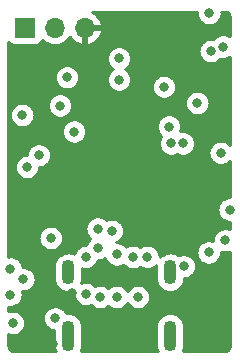
<source format=gbr>
%TF.GenerationSoftware,KiCad,Pcbnew,(5.99.0-8564-gb2cd1fddf9)*%
%TF.CreationDate,2021-01-25T15:54:04+03:00*%
%TF.ProjectId,Eloise_nA_meter_v2,456c6f69-7365-45f6-9e41-5f6d65746572,rev?*%
%TF.SameCoordinates,Original*%
%TF.FileFunction,Copper,L2,Inr*%
%TF.FilePolarity,Positive*%
%FSLAX46Y46*%
G04 Gerber Fmt 4.6, Leading zero omitted, Abs format (unit mm)*
G04 Created by KiCad (PCBNEW (5.99.0-8564-gb2cd1fddf9)) date 2021-01-25 15:54:04*
%MOMM*%
%LPD*%
G01*
G04 APERTURE LIST*
%TA.AperFunction,ComponentPad*%
%ADD10R,1.700000X1.700000*%
%TD*%
%TA.AperFunction,ComponentPad*%
%ADD11O,1.700000X1.700000*%
%TD*%
%TA.AperFunction,ComponentPad*%
%ADD12O,1.100000X2.600000*%
%TD*%
%TA.AperFunction,ComponentPad*%
%ADD13O,1.100000X2.100000*%
%TD*%
%TA.AperFunction,ViaPad*%
%ADD14C,0.800000*%
%TD*%
%TA.AperFunction,Conductor*%
%ADD15C,0.254000*%
%TD*%
G04 APERTURE END LIST*
D10*
%TO.N,Net-(J2-Pad1)*%
%TO.C,J2*%
X139600000Y-86800000D03*
D11*
%TO.N,Net-(J2-Pad2)*%
X142140000Y-86800000D03*
%TO.N,GND*%
X144680000Y-86800000D03*
%TD*%
D12*
%TO.N,Net-(J3-PadS1)*%
%TO.C,J3*%
X151920000Y-112870000D03*
D13*
X143280000Y-107510000D03*
D12*
X143280000Y-112870000D03*
D13*
X151920000Y-107510000D03*
%TD*%
D14*
%TO.N,GND*%
X149600000Y-111200000D03*
X143000000Y-89400000D03*
X155600000Y-90600000D03*
X151800000Y-90600000D03*
X156600000Y-113600000D03*
X155775000Y-95225000D03*
X145400000Y-92000000D03*
X154000000Y-99700000D03*
X154000000Y-102700000D03*
X150900000Y-102700000D03*
X142000000Y-113600000D03*
X142400000Y-97600000D03*
X150900000Y-99700000D03*
X150600000Y-109600000D03*
X139850000Y-101550000D03*
X151775000Y-93625000D03*
X143600000Y-109300000D03*
X140300000Y-105700000D03*
X149600000Y-112800000D03*
X152400000Y-101200000D03*
X151400000Y-88400000D03*
X156600000Y-110000000D03*
%TO.N,+3V3*%
X156400000Y-88400000D03*
X155235415Y-85575000D03*
X140800000Y-97600000D03*
X155175000Y-105825000D03*
X139500000Y-108100000D03*
X143800000Y-95600000D03*
X151825000Y-95175000D03*
X154225000Y-93175000D03*
X145800000Y-105450001D03*
X139800000Y-98600000D03*
X138400000Y-107200000D03*
X138400000Y-109400000D03*
%TO.N,VBUS*%
X142200000Y-111400000D03*
X138600000Y-111800000D03*
X146000000Y-109600000D03*
X149200000Y-109600000D03*
%TO.N,/NRST*%
X152000000Y-96600000D03*
X145787347Y-103812653D03*
%TO.N,Net-(C14-Pad1)*%
X142600000Y-93400000D03*
X143200000Y-91000000D03*
%TO.N,/SWCLK*%
X156600000Y-104800000D03*
X147000000Y-104000000D03*
%TO.N,/SWDIO*%
X153069951Y-106999353D03*
X141800000Y-104600000D03*
%TO.N,/SENSOR_VMEAS*%
X139400000Y-94200000D03*
X151400000Y-91800000D03*
%TO.N,/USB_D-*%
X148743851Y-106209998D03*
X147400000Y-109600000D03*
%TO.N,/USB_D+*%
X147400000Y-106000000D03*
X150000000Y-106200000D03*
%TO.N,Net-(J3-PadA5)*%
X144800000Y-106200000D03*
X144800000Y-109350002D03*
%TO.N,Net-(C3-Pad1)*%
X147600000Y-91200000D03*
X147600000Y-89400000D03*
%TO.N,/ADC_ALERT*%
X156200000Y-97400000D03*
X153000000Y-96600000D03*
%TO.N,/SCL*%
X155353248Y-88781850D03*
X156950000Y-102200000D03*
%TD*%
%TO.N,GND*%
D15*
X154196605Y-85561829D02*
X154196605Y-85588171D01*
X154216567Y-85778098D01*
X154222044Y-85803863D01*
X154281058Y-85985490D01*
X154291772Y-86009554D01*
X154387259Y-86174942D01*
X154402742Y-86196252D01*
X154530528Y-86338173D01*
X154550103Y-86355799D01*
X154704604Y-86468050D01*
X154727416Y-86481221D01*
X154901879Y-86558897D01*
X154926931Y-86567037D01*
X155113731Y-86606743D01*
X155139928Y-86609496D01*
X155330902Y-86609496D01*
X155357099Y-86606743D01*
X155543899Y-86567037D01*
X155568951Y-86558897D01*
X155743414Y-86481221D01*
X155766226Y-86468050D01*
X155920727Y-86355799D01*
X155940302Y-86338173D01*
X156068088Y-86196252D01*
X156083571Y-86174942D01*
X156179058Y-86009554D01*
X156189772Y-85985490D01*
X156248786Y-85803863D01*
X156254263Y-85778098D01*
X156274225Y-85588171D01*
X156274225Y-85561829D01*
X156260790Y-85434000D01*
X156516472Y-85434000D01*
X156527346Y-85435958D01*
X156546691Y-85437917D01*
X156627844Y-85439839D01*
X156704616Y-85455109D01*
X156769900Y-85482151D01*
X156828642Y-85521401D01*
X156878600Y-85571359D01*
X156917851Y-85630103D01*
X156944889Y-85695379D01*
X156960161Y-85772157D01*
X156962005Y-85850032D01*
X156963700Y-85867857D01*
X156966000Y-85881593D01*
X156966000Y-87532516D01*
X156930811Y-87506950D01*
X156907999Y-87493779D01*
X156733536Y-87416103D01*
X156708484Y-87407963D01*
X156521684Y-87368257D01*
X156495487Y-87365504D01*
X156304513Y-87365504D01*
X156278316Y-87368257D01*
X156091516Y-87407963D01*
X156066464Y-87416103D01*
X155892001Y-87493779D01*
X155869189Y-87506950D01*
X155714688Y-87619201D01*
X155695113Y-87636827D01*
X155574129Y-87771193D01*
X155474932Y-87750108D01*
X155448735Y-87747354D01*
X155257761Y-87747354D01*
X155231564Y-87750107D01*
X155044764Y-87789813D01*
X155019712Y-87797953D01*
X154845249Y-87875629D01*
X154822437Y-87888800D01*
X154667936Y-88001051D01*
X154648361Y-88018677D01*
X154520575Y-88160598D01*
X154505092Y-88181908D01*
X154409605Y-88347296D01*
X154398891Y-88371360D01*
X154339877Y-88552987D01*
X154334400Y-88578752D01*
X154314438Y-88768679D01*
X154314438Y-88795021D01*
X154334400Y-88984948D01*
X154339877Y-89010713D01*
X154398891Y-89192340D01*
X154409605Y-89216404D01*
X154505092Y-89381792D01*
X154520575Y-89403102D01*
X154648361Y-89545023D01*
X154667936Y-89562649D01*
X154822437Y-89674900D01*
X154845249Y-89688071D01*
X155019712Y-89765747D01*
X155044764Y-89773887D01*
X155231564Y-89813593D01*
X155257761Y-89816346D01*
X155448735Y-89816346D01*
X155474932Y-89813593D01*
X155661732Y-89773887D01*
X155686784Y-89765747D01*
X155861247Y-89688071D01*
X155884059Y-89674900D01*
X156038560Y-89562649D01*
X156058135Y-89545023D01*
X156179119Y-89410657D01*
X156278316Y-89431742D01*
X156304513Y-89434496D01*
X156495487Y-89434496D01*
X156521684Y-89431743D01*
X156708484Y-89392037D01*
X156733536Y-89383897D01*
X156907999Y-89306221D01*
X156930811Y-89293050D01*
X156966000Y-89267484D01*
X156966000Y-96704700D01*
X156904887Y-96636827D01*
X156885312Y-96619201D01*
X156730811Y-96506950D01*
X156707999Y-96493779D01*
X156533536Y-96416103D01*
X156508484Y-96407963D01*
X156321684Y-96368257D01*
X156295487Y-96365504D01*
X156104513Y-96365504D01*
X156078316Y-96368257D01*
X155891516Y-96407963D01*
X155866464Y-96416103D01*
X155692001Y-96493779D01*
X155669189Y-96506950D01*
X155514688Y-96619201D01*
X155495113Y-96636827D01*
X155367327Y-96778748D01*
X155351844Y-96800058D01*
X155256357Y-96965446D01*
X155245643Y-96989510D01*
X155186629Y-97171137D01*
X155181152Y-97196902D01*
X155161190Y-97386829D01*
X155161190Y-97413171D01*
X155181152Y-97603098D01*
X155186629Y-97628863D01*
X155245643Y-97810490D01*
X155256357Y-97834554D01*
X155351844Y-97999942D01*
X155367327Y-98021252D01*
X155495113Y-98163173D01*
X155514688Y-98180799D01*
X155669189Y-98293050D01*
X155692001Y-98306221D01*
X155866464Y-98383897D01*
X155891516Y-98392037D01*
X156078316Y-98431743D01*
X156104513Y-98434496D01*
X156295487Y-98434496D01*
X156321684Y-98431743D01*
X156508484Y-98392037D01*
X156533536Y-98383897D01*
X156707999Y-98306221D01*
X156730811Y-98293050D01*
X156885312Y-98180799D01*
X156904887Y-98163173D01*
X156966000Y-98095300D01*
X156966000Y-101165504D01*
X156854513Y-101165504D01*
X156828316Y-101168257D01*
X156641516Y-101207963D01*
X156616464Y-101216103D01*
X156442001Y-101293779D01*
X156419189Y-101306950D01*
X156264688Y-101419201D01*
X156245113Y-101436827D01*
X156117327Y-101578748D01*
X156101844Y-101600058D01*
X156006357Y-101765446D01*
X155995643Y-101789510D01*
X155936629Y-101971137D01*
X155931152Y-101996902D01*
X155911190Y-102186829D01*
X155911190Y-102213171D01*
X155931152Y-102403098D01*
X155936629Y-102428863D01*
X155995643Y-102610490D01*
X156006357Y-102634554D01*
X156101844Y-102799942D01*
X156117327Y-102821252D01*
X156245113Y-102963173D01*
X156264688Y-102980799D01*
X156419189Y-103093050D01*
X156442001Y-103106221D01*
X156616464Y-103183897D01*
X156641516Y-103192037D01*
X156828316Y-103231743D01*
X156854513Y-103234496D01*
X156966000Y-103234496D01*
X156966000Y-103830557D01*
X156933536Y-103816103D01*
X156908484Y-103807963D01*
X156721684Y-103768257D01*
X156695487Y-103765504D01*
X156504513Y-103765504D01*
X156478316Y-103768257D01*
X156291516Y-103807963D01*
X156266464Y-103816103D01*
X156092001Y-103893779D01*
X156069189Y-103906950D01*
X155914688Y-104019201D01*
X155895113Y-104036827D01*
X155767327Y-104178748D01*
X155751844Y-104200058D01*
X155656357Y-104365446D01*
X155645643Y-104389510D01*
X155586629Y-104571137D01*
X155581152Y-104596902D01*
X155561190Y-104786829D01*
X155561190Y-104813171D01*
X155566855Y-104867068D01*
X155508536Y-104841103D01*
X155483484Y-104832963D01*
X155296684Y-104793257D01*
X155270487Y-104790504D01*
X155079513Y-104790504D01*
X155053316Y-104793257D01*
X154866516Y-104832963D01*
X154841464Y-104841103D01*
X154667001Y-104918779D01*
X154644189Y-104931950D01*
X154489688Y-105044201D01*
X154470113Y-105061827D01*
X154342327Y-105203748D01*
X154326844Y-105225058D01*
X154231357Y-105390446D01*
X154220643Y-105414510D01*
X154161629Y-105596137D01*
X154156152Y-105621902D01*
X154136190Y-105811829D01*
X154136190Y-105838171D01*
X154156152Y-106028098D01*
X154161629Y-106053863D01*
X154220643Y-106235490D01*
X154231357Y-106259554D01*
X154326844Y-106424942D01*
X154342327Y-106446252D01*
X154470113Y-106588173D01*
X154489688Y-106605799D01*
X154644189Y-106718050D01*
X154667001Y-106731221D01*
X154841464Y-106808897D01*
X154866516Y-106817037D01*
X155053316Y-106856743D01*
X155079513Y-106859496D01*
X155270487Y-106859496D01*
X155296684Y-106856743D01*
X155483484Y-106817037D01*
X155508536Y-106808897D01*
X155682999Y-106731221D01*
X155705811Y-106718050D01*
X155860312Y-106605799D01*
X155879887Y-106588173D01*
X156007673Y-106446252D01*
X156023156Y-106424942D01*
X156118643Y-106259554D01*
X156129357Y-106235490D01*
X156188371Y-106053863D01*
X156193848Y-106028098D01*
X156213810Y-105838171D01*
X156213810Y-105811829D01*
X156208145Y-105757932D01*
X156266464Y-105783897D01*
X156291516Y-105792037D01*
X156478316Y-105831743D01*
X156504513Y-105834496D01*
X156695487Y-105834496D01*
X156721684Y-105831743D01*
X156908484Y-105792037D01*
X156933536Y-105783897D01*
X156966000Y-105769443D01*
X156966000Y-113716472D01*
X156964042Y-113727346D01*
X156962083Y-113746691D01*
X156960161Y-113827845D01*
X156944890Y-113904617D01*
X156917850Y-113969898D01*
X156878599Y-114028642D01*
X156828642Y-114078599D01*
X156769899Y-114117850D01*
X156704618Y-114144891D01*
X156627846Y-114160161D01*
X156549969Y-114162005D01*
X156532144Y-114163700D01*
X156518408Y-114166000D01*
X152971443Y-114166000D01*
X153007915Y-114099658D01*
X153017602Y-114077056D01*
X153080362Y-113879213D01*
X153085475Y-113855159D01*
X153103715Y-113692543D01*
X153104500Y-113678498D01*
X153104500Y-112069006D01*
X153103899Y-112056711D01*
X153088645Y-111901137D01*
X153083868Y-111877014D01*
X153023877Y-111678314D01*
X153014506Y-111655579D01*
X152917063Y-111472315D01*
X152903455Y-111451832D01*
X152772271Y-111290986D01*
X152754944Y-111273538D01*
X152595018Y-111141235D01*
X152574631Y-111127483D01*
X152392052Y-111028763D01*
X152369382Y-111019234D01*
X152171105Y-110957857D01*
X152147017Y-110952912D01*
X151940596Y-110931216D01*
X151916005Y-110931045D01*
X151709300Y-110949857D01*
X151685145Y-110954464D01*
X151486031Y-111013066D01*
X151463231Y-111022278D01*
X151279292Y-111118439D01*
X151258715Y-111131904D01*
X151096956Y-111261961D01*
X151079386Y-111279167D01*
X150945970Y-111438167D01*
X150932077Y-111458457D01*
X150832085Y-111640342D01*
X150822398Y-111662944D01*
X150759638Y-111860787D01*
X150754525Y-111884841D01*
X150736285Y-112047457D01*
X150735500Y-112061502D01*
X150735500Y-113670994D01*
X150736101Y-113683289D01*
X150751355Y-113838863D01*
X150756132Y-113862986D01*
X150816123Y-114061686D01*
X150825494Y-114084421D01*
X150868870Y-114166000D01*
X144331443Y-114166000D01*
X144367915Y-114099658D01*
X144377602Y-114077056D01*
X144440362Y-113879213D01*
X144445475Y-113855159D01*
X144463715Y-113692543D01*
X144464500Y-113678498D01*
X144464500Y-112069006D01*
X144463899Y-112056711D01*
X144448645Y-111901137D01*
X144443868Y-111877014D01*
X144383877Y-111678314D01*
X144374506Y-111655579D01*
X144277063Y-111472315D01*
X144263455Y-111451832D01*
X144132271Y-111290986D01*
X144114944Y-111273538D01*
X143955018Y-111141235D01*
X143934631Y-111127483D01*
X143752052Y-111028763D01*
X143729382Y-111019234D01*
X143531105Y-110957857D01*
X143507017Y-110952912D01*
X143300596Y-110931216D01*
X143276005Y-110931045D01*
X143131381Y-110944207D01*
X143048156Y-110800058D01*
X143032673Y-110778748D01*
X142904887Y-110636827D01*
X142885312Y-110619201D01*
X142730811Y-110506950D01*
X142707999Y-110493779D01*
X142533536Y-110416103D01*
X142508484Y-110407963D01*
X142321684Y-110368257D01*
X142295487Y-110365504D01*
X142104513Y-110365504D01*
X142078316Y-110368257D01*
X141891516Y-110407963D01*
X141866464Y-110416103D01*
X141692001Y-110493779D01*
X141669189Y-110506950D01*
X141514688Y-110619201D01*
X141495113Y-110636827D01*
X141367327Y-110778748D01*
X141351844Y-110800058D01*
X141256357Y-110965446D01*
X141245643Y-110989510D01*
X141186629Y-111171137D01*
X141181152Y-111196902D01*
X141161190Y-111386829D01*
X141161190Y-111413171D01*
X141181152Y-111603098D01*
X141186629Y-111628863D01*
X141245643Y-111810490D01*
X141256357Y-111834554D01*
X141351844Y-111999942D01*
X141367327Y-112021252D01*
X141495113Y-112163173D01*
X141514688Y-112180799D01*
X141669189Y-112293050D01*
X141692001Y-112306221D01*
X141866464Y-112383897D01*
X141891516Y-112392037D01*
X142078316Y-112431743D01*
X142095500Y-112433549D01*
X142095500Y-113670994D01*
X142096101Y-113683289D01*
X142111355Y-113838863D01*
X142116132Y-113862986D01*
X142176123Y-114061686D01*
X142185494Y-114084421D01*
X142228870Y-114166000D01*
X138683528Y-114166000D01*
X138672654Y-114164042D01*
X138653309Y-114162083D01*
X138572155Y-114160161D01*
X138495383Y-114144890D01*
X138430102Y-114117850D01*
X138371358Y-114078599D01*
X138321401Y-114028642D01*
X138282150Y-113969899D01*
X138255109Y-113904618D01*
X138239839Y-113827846D01*
X138237995Y-113749969D01*
X138236300Y-113732144D01*
X138234000Y-113718408D01*
X138234000Y-112769443D01*
X138266464Y-112783897D01*
X138291516Y-112792037D01*
X138478316Y-112831743D01*
X138504513Y-112834496D01*
X138695487Y-112834496D01*
X138721684Y-112831743D01*
X138908484Y-112792037D01*
X138933536Y-112783897D01*
X139107999Y-112706221D01*
X139130811Y-112693050D01*
X139285312Y-112580799D01*
X139304887Y-112563173D01*
X139432673Y-112421252D01*
X139448156Y-112399942D01*
X139543643Y-112234554D01*
X139554357Y-112210490D01*
X139613371Y-112028863D01*
X139618848Y-112003098D01*
X139638810Y-111813171D01*
X139638810Y-111786829D01*
X139618848Y-111596902D01*
X139613371Y-111571137D01*
X139554357Y-111389510D01*
X139543643Y-111365446D01*
X139448156Y-111200058D01*
X139432673Y-111178748D01*
X139304887Y-111036827D01*
X139285312Y-111019201D01*
X139130811Y-110906950D01*
X139107999Y-110893779D01*
X138933536Y-110816103D01*
X138908484Y-110807963D01*
X138721684Y-110768257D01*
X138695487Y-110765504D01*
X138504513Y-110765504D01*
X138478316Y-110768257D01*
X138291516Y-110807963D01*
X138266464Y-110816103D01*
X138234000Y-110830557D01*
X138234000Y-110422323D01*
X138278316Y-110431743D01*
X138304513Y-110434496D01*
X138495487Y-110434496D01*
X138521684Y-110431743D01*
X138708484Y-110392037D01*
X138733536Y-110383897D01*
X138907999Y-110306221D01*
X138930811Y-110293050D01*
X139085312Y-110180799D01*
X139104887Y-110163173D01*
X139232673Y-110021252D01*
X139248156Y-109999942D01*
X139343643Y-109834554D01*
X139354357Y-109810490D01*
X139413371Y-109628863D01*
X139418848Y-109603098D01*
X139438810Y-109413171D01*
X139438810Y-109386829D01*
X139418848Y-109196902D01*
X139413371Y-109171137D01*
X139401358Y-109134164D01*
X139404513Y-109134496D01*
X139595487Y-109134496D01*
X139621684Y-109131743D01*
X139808484Y-109092037D01*
X139833536Y-109083897D01*
X140007999Y-109006221D01*
X140030811Y-108993050D01*
X140185312Y-108880799D01*
X140204887Y-108863173D01*
X140332673Y-108721252D01*
X140348156Y-108699942D01*
X140443643Y-108534554D01*
X140454357Y-108510490D01*
X140513371Y-108328863D01*
X140518848Y-108303098D01*
X140538810Y-108113171D01*
X140538810Y-108086829D01*
X140518848Y-107896902D01*
X140513371Y-107871137D01*
X140454357Y-107689510D01*
X140443643Y-107665446D01*
X140348156Y-107500058D01*
X140332673Y-107478748D01*
X140204887Y-107336827D01*
X140185312Y-107319201D01*
X140030811Y-107206950D01*
X140007999Y-107193779D01*
X139833536Y-107116103D01*
X139808484Y-107107963D01*
X139621684Y-107068257D01*
X139595487Y-107065504D01*
X139426058Y-107065504D01*
X139418848Y-106996902D01*
X139413371Y-106971137D01*
X139406991Y-106951502D01*
X142095500Y-106951502D01*
X142095500Y-108060994D01*
X142096101Y-108073289D01*
X142111355Y-108228863D01*
X142116132Y-108252986D01*
X142176123Y-108451686D01*
X142185494Y-108474421D01*
X142282937Y-108657685D01*
X142296545Y-108678168D01*
X142427729Y-108839014D01*
X142445056Y-108856462D01*
X142604982Y-108988765D01*
X142625369Y-109002517D01*
X142807948Y-109101237D01*
X142830618Y-109110766D01*
X143028895Y-109172143D01*
X143052983Y-109177088D01*
X143259404Y-109198784D01*
X143283995Y-109198955D01*
X143490700Y-109180143D01*
X143514855Y-109175536D01*
X143713969Y-109116934D01*
X143736769Y-109107722D01*
X143802083Y-109073577D01*
X143786629Y-109121139D01*
X143781152Y-109146904D01*
X143761190Y-109336831D01*
X143761190Y-109363173D01*
X143781152Y-109553100D01*
X143786629Y-109578865D01*
X143845643Y-109760492D01*
X143856357Y-109784556D01*
X143951844Y-109949944D01*
X143967327Y-109971254D01*
X144095113Y-110113175D01*
X144114688Y-110130801D01*
X144269189Y-110243052D01*
X144292001Y-110256223D01*
X144466464Y-110333899D01*
X144491516Y-110342039D01*
X144678316Y-110381745D01*
X144704513Y-110384498D01*
X144895487Y-110384498D01*
X144921684Y-110381745D01*
X145108484Y-110342039D01*
X145133536Y-110333899D01*
X145230060Y-110290924D01*
X145295113Y-110363173D01*
X145314688Y-110380799D01*
X145469189Y-110493050D01*
X145492001Y-110506221D01*
X145666464Y-110583897D01*
X145691516Y-110592037D01*
X145878316Y-110631743D01*
X145904513Y-110634496D01*
X146095487Y-110634496D01*
X146121684Y-110631743D01*
X146308484Y-110592037D01*
X146333536Y-110583897D01*
X146507999Y-110506221D01*
X146530811Y-110493050D01*
X146685312Y-110380799D01*
X146700000Y-110367573D01*
X146714688Y-110380799D01*
X146869189Y-110493050D01*
X146892001Y-110506221D01*
X147066464Y-110583897D01*
X147091516Y-110592037D01*
X147278316Y-110631743D01*
X147304513Y-110634496D01*
X147495487Y-110634496D01*
X147521684Y-110631743D01*
X147708484Y-110592037D01*
X147733536Y-110583897D01*
X147907999Y-110506221D01*
X147930811Y-110493050D01*
X148085312Y-110380799D01*
X148104887Y-110363173D01*
X148232673Y-110221252D01*
X148248156Y-110199942D01*
X148300000Y-110110146D01*
X148351844Y-110199942D01*
X148367327Y-110221252D01*
X148495113Y-110363173D01*
X148514688Y-110380799D01*
X148669189Y-110493050D01*
X148692001Y-110506221D01*
X148866464Y-110583897D01*
X148891516Y-110592037D01*
X149078316Y-110631743D01*
X149104513Y-110634496D01*
X149295487Y-110634496D01*
X149321684Y-110631743D01*
X149508484Y-110592037D01*
X149533536Y-110583897D01*
X149707999Y-110506221D01*
X149730811Y-110493050D01*
X149885312Y-110380799D01*
X149904887Y-110363173D01*
X150032673Y-110221252D01*
X150048156Y-110199942D01*
X150143643Y-110034554D01*
X150154357Y-110010490D01*
X150213371Y-109828863D01*
X150218848Y-109803098D01*
X150238810Y-109613171D01*
X150238810Y-109586829D01*
X150218848Y-109396902D01*
X150213371Y-109371137D01*
X150154357Y-109189510D01*
X150143643Y-109165446D01*
X150048156Y-109000058D01*
X150032673Y-108978748D01*
X149904887Y-108836827D01*
X149885312Y-108819201D01*
X149730811Y-108706950D01*
X149707999Y-108693779D01*
X149533536Y-108616103D01*
X149508484Y-108607963D01*
X149321684Y-108568257D01*
X149295487Y-108565504D01*
X149104513Y-108565504D01*
X149078316Y-108568257D01*
X148891516Y-108607963D01*
X148866464Y-108616103D01*
X148692001Y-108693779D01*
X148669189Y-108706950D01*
X148514688Y-108819201D01*
X148495113Y-108836827D01*
X148367327Y-108978748D01*
X148351844Y-109000058D01*
X148300000Y-109089854D01*
X148248156Y-109000058D01*
X148232673Y-108978748D01*
X148104887Y-108836827D01*
X148085312Y-108819201D01*
X147930811Y-108706950D01*
X147907999Y-108693779D01*
X147733536Y-108616103D01*
X147708484Y-108607963D01*
X147521684Y-108568257D01*
X147495487Y-108565504D01*
X147304513Y-108565504D01*
X147278316Y-108568257D01*
X147091516Y-108607963D01*
X147066464Y-108616103D01*
X146892001Y-108693779D01*
X146869189Y-108706950D01*
X146714688Y-108819201D01*
X146700000Y-108832427D01*
X146685312Y-108819201D01*
X146530811Y-108706950D01*
X146507999Y-108693779D01*
X146333536Y-108616103D01*
X146308484Y-108607963D01*
X146121684Y-108568257D01*
X146095487Y-108565504D01*
X145904513Y-108565504D01*
X145878316Y-108568257D01*
X145691516Y-108607963D01*
X145666464Y-108616103D01*
X145569940Y-108659078D01*
X145504887Y-108586829D01*
X145485312Y-108569203D01*
X145330811Y-108456952D01*
X145307999Y-108443781D01*
X145133536Y-108366105D01*
X145108484Y-108357965D01*
X144921684Y-108318259D01*
X144895487Y-108315506D01*
X144704513Y-108315506D01*
X144678316Y-108318259D01*
X144491516Y-108357965D01*
X144466464Y-108366105D01*
X144400278Y-108395573D01*
X144440362Y-108269213D01*
X144445475Y-108245159D01*
X144463715Y-108082543D01*
X144464500Y-108068498D01*
X144464500Y-107183023D01*
X144466464Y-107183897D01*
X144491516Y-107192037D01*
X144678316Y-107231743D01*
X144704513Y-107234496D01*
X144895487Y-107234496D01*
X144921684Y-107231743D01*
X145108484Y-107192037D01*
X145133536Y-107183897D01*
X145307999Y-107106221D01*
X145330811Y-107093050D01*
X145485312Y-106980799D01*
X145504887Y-106963173D01*
X145632673Y-106821252D01*
X145648156Y-106799942D01*
X145743643Y-106634554D01*
X145754357Y-106610490D01*
X145795294Y-106484497D01*
X145895487Y-106484497D01*
X145921684Y-106481744D01*
X146108484Y-106442038D01*
X146133536Y-106433898D01*
X146307999Y-106356222D01*
X146330811Y-106343051D01*
X146405985Y-106288434D01*
X146445643Y-106410490D01*
X146456357Y-106434554D01*
X146551844Y-106599942D01*
X146567327Y-106621252D01*
X146695113Y-106763173D01*
X146714688Y-106780799D01*
X146869189Y-106893050D01*
X146892001Y-106906221D01*
X147066464Y-106983897D01*
X147091516Y-106992037D01*
X147278316Y-107031743D01*
X147304513Y-107034496D01*
X147495487Y-107034496D01*
X147521684Y-107031743D01*
X147708484Y-106992037D01*
X147733536Y-106983897D01*
X147907999Y-106906221D01*
X147930811Y-106893050D01*
X147952581Y-106877233D01*
X148038964Y-106973171D01*
X148058539Y-106990797D01*
X148213040Y-107103048D01*
X148235852Y-107116219D01*
X148410315Y-107193895D01*
X148435367Y-107202035D01*
X148622167Y-107241741D01*
X148648364Y-107244494D01*
X148839338Y-107244494D01*
X148865535Y-107241741D01*
X149052335Y-107202035D01*
X149077387Y-107193895D01*
X149251850Y-107116219D01*
X149274662Y-107103048D01*
X149378806Y-107027383D01*
X149469189Y-107093050D01*
X149492001Y-107106221D01*
X149666464Y-107183897D01*
X149691516Y-107192037D01*
X149878316Y-107231743D01*
X149904513Y-107234496D01*
X150095487Y-107234496D01*
X150121684Y-107231743D01*
X150308484Y-107192037D01*
X150333536Y-107183897D01*
X150507999Y-107106221D01*
X150530811Y-107093050D01*
X150685312Y-106980799D01*
X150704887Y-106963173D01*
X150737458Y-106926999D01*
X150736285Y-106937457D01*
X150735500Y-106951502D01*
X150735500Y-108060994D01*
X150736101Y-108073289D01*
X150751355Y-108228863D01*
X150756132Y-108252986D01*
X150816123Y-108451686D01*
X150825494Y-108474421D01*
X150922937Y-108657685D01*
X150936545Y-108678168D01*
X151067729Y-108839014D01*
X151085056Y-108856462D01*
X151244982Y-108988765D01*
X151265369Y-109002517D01*
X151447948Y-109101237D01*
X151470618Y-109110766D01*
X151668895Y-109172143D01*
X151692983Y-109177088D01*
X151899404Y-109198784D01*
X151923995Y-109198955D01*
X152130700Y-109180143D01*
X152154855Y-109175536D01*
X152353969Y-109116934D01*
X152376769Y-109107722D01*
X152560708Y-109011561D01*
X152581285Y-108998096D01*
X152743044Y-108868039D01*
X152760614Y-108850833D01*
X152894030Y-108691833D01*
X152907923Y-108671543D01*
X153007915Y-108489658D01*
X153017602Y-108467056D01*
X153080362Y-108269213D01*
X153085475Y-108245159D01*
X153103715Y-108082543D01*
X153104500Y-108068498D01*
X153104500Y-108033849D01*
X153165438Y-108033849D01*
X153191635Y-108031096D01*
X153378435Y-107991390D01*
X153403487Y-107983250D01*
X153577950Y-107905574D01*
X153600762Y-107892403D01*
X153755263Y-107780152D01*
X153774838Y-107762526D01*
X153902624Y-107620605D01*
X153918107Y-107599295D01*
X154013594Y-107433907D01*
X154024308Y-107409843D01*
X154083322Y-107228216D01*
X154088799Y-107202451D01*
X154108761Y-107012524D01*
X154108761Y-106986182D01*
X154088799Y-106796255D01*
X154083322Y-106770490D01*
X154024308Y-106588863D01*
X154013594Y-106564799D01*
X153918107Y-106399411D01*
X153902624Y-106378101D01*
X153774838Y-106236180D01*
X153755263Y-106218554D01*
X153600762Y-106106303D01*
X153577950Y-106093132D01*
X153403487Y-106015456D01*
X153378435Y-106007316D01*
X153191635Y-105967610D01*
X153165438Y-105964857D01*
X152974464Y-105964857D01*
X152948267Y-105967610D01*
X152761467Y-106007316D01*
X152736415Y-106015456D01*
X152632091Y-106061904D01*
X152595018Y-106031235D01*
X152574631Y-106017483D01*
X152392052Y-105918763D01*
X152369382Y-105909234D01*
X152171105Y-105847857D01*
X152147017Y-105842912D01*
X151940596Y-105821216D01*
X151916005Y-105821045D01*
X151709300Y-105839857D01*
X151685145Y-105844464D01*
X151486031Y-105903066D01*
X151463231Y-105912278D01*
X151279292Y-106008439D01*
X151258715Y-106021904D01*
X151096956Y-106151961D01*
X151079386Y-106169167D01*
X151038287Y-106218147D01*
X151038810Y-106213171D01*
X151038810Y-106186829D01*
X151018848Y-105996902D01*
X151013371Y-105971137D01*
X150954357Y-105789510D01*
X150943643Y-105765446D01*
X150848156Y-105600058D01*
X150832673Y-105578748D01*
X150704887Y-105436827D01*
X150685312Y-105419201D01*
X150530811Y-105306950D01*
X150507999Y-105293779D01*
X150333536Y-105216103D01*
X150308484Y-105207963D01*
X150121684Y-105168257D01*
X150095487Y-105165504D01*
X149904513Y-105165504D01*
X149878316Y-105168257D01*
X149691516Y-105207963D01*
X149666464Y-105216103D01*
X149492001Y-105293779D01*
X149469189Y-105306950D01*
X149365045Y-105382615D01*
X149274662Y-105316948D01*
X149251850Y-105303777D01*
X149077387Y-105226101D01*
X149052335Y-105217961D01*
X148865535Y-105178255D01*
X148839338Y-105175502D01*
X148648364Y-105175502D01*
X148622167Y-105178255D01*
X148435367Y-105217961D01*
X148410315Y-105226101D01*
X148235852Y-105303777D01*
X148213040Y-105316948D01*
X148191270Y-105332765D01*
X148104887Y-105236827D01*
X148085312Y-105219201D01*
X147930811Y-105106950D01*
X147907999Y-105093779D01*
X147733536Y-105016103D01*
X147708484Y-105007963D01*
X147521684Y-104968257D01*
X147495487Y-104965504D01*
X147374847Y-104965504D01*
X147507999Y-104906221D01*
X147530811Y-104893050D01*
X147685312Y-104780799D01*
X147704887Y-104763173D01*
X147832673Y-104621252D01*
X147848156Y-104599942D01*
X147943643Y-104434554D01*
X147954357Y-104410490D01*
X148013371Y-104228863D01*
X148018848Y-104203098D01*
X148038810Y-104013171D01*
X148038810Y-103986829D01*
X148018848Y-103796902D01*
X148013371Y-103771137D01*
X147954357Y-103589510D01*
X147943643Y-103565446D01*
X147848156Y-103400058D01*
X147832673Y-103378748D01*
X147704887Y-103236827D01*
X147685312Y-103219201D01*
X147530811Y-103106950D01*
X147507999Y-103093779D01*
X147333536Y-103016103D01*
X147308484Y-103007963D01*
X147121684Y-102968257D01*
X147095487Y-102965504D01*
X146904513Y-102965504D01*
X146878316Y-102968257D01*
X146691516Y-103007963D01*
X146666464Y-103016103D01*
X146520640Y-103081028D01*
X146492234Y-103049480D01*
X146472659Y-103031854D01*
X146318158Y-102919603D01*
X146295346Y-102906432D01*
X146120883Y-102828756D01*
X146095831Y-102820616D01*
X145909031Y-102780910D01*
X145882834Y-102778157D01*
X145691860Y-102778157D01*
X145665663Y-102780910D01*
X145478863Y-102820616D01*
X145453811Y-102828756D01*
X145279348Y-102906432D01*
X145256536Y-102919603D01*
X145102035Y-103031854D01*
X145082460Y-103049480D01*
X144954674Y-103191401D01*
X144939191Y-103212711D01*
X144843704Y-103378099D01*
X144832990Y-103402163D01*
X144773976Y-103583790D01*
X144768499Y-103609555D01*
X144748537Y-103799482D01*
X144748537Y-103825824D01*
X144768499Y-104015751D01*
X144773976Y-104041516D01*
X144832990Y-104223143D01*
X144843704Y-104247207D01*
X144939191Y-104412595D01*
X144954674Y-104433905D01*
X145082460Y-104575826D01*
X145102035Y-104593452D01*
X145160492Y-104635923D01*
X145114688Y-104669202D01*
X145095113Y-104686828D01*
X144967327Y-104828749D01*
X144951844Y-104850059D01*
X144856357Y-105015447D01*
X144845643Y-105039511D01*
X144804706Y-105165504D01*
X144704513Y-105165504D01*
X144678316Y-105168257D01*
X144491516Y-105207963D01*
X144466464Y-105216103D01*
X144292001Y-105293779D01*
X144269189Y-105306950D01*
X144114688Y-105419201D01*
X144095113Y-105436827D01*
X143967327Y-105578748D01*
X143951844Y-105600058D01*
X143856357Y-105765446D01*
X143845643Y-105789510D01*
X143795937Y-105942491D01*
X143752052Y-105918763D01*
X143729382Y-105909234D01*
X143531105Y-105847857D01*
X143507017Y-105842912D01*
X143300596Y-105821216D01*
X143276005Y-105821045D01*
X143069300Y-105839857D01*
X143045145Y-105844464D01*
X142846031Y-105903066D01*
X142823231Y-105912278D01*
X142639292Y-106008439D01*
X142618715Y-106021904D01*
X142456956Y-106151961D01*
X142439386Y-106169167D01*
X142305970Y-106328167D01*
X142292077Y-106348457D01*
X142192085Y-106530342D01*
X142182398Y-106552944D01*
X142119638Y-106750787D01*
X142114525Y-106774841D01*
X142096285Y-106937457D01*
X142095500Y-106951502D01*
X139406991Y-106951502D01*
X139354357Y-106789510D01*
X139343643Y-106765446D01*
X139248156Y-106600058D01*
X139232673Y-106578748D01*
X139104887Y-106436827D01*
X139085312Y-106419201D01*
X138930811Y-106306950D01*
X138907999Y-106293779D01*
X138733536Y-106216103D01*
X138708484Y-106207963D01*
X138521684Y-106168257D01*
X138495487Y-106165504D01*
X138304513Y-106165504D01*
X138278316Y-106168257D01*
X138234000Y-106177677D01*
X138234000Y-104586829D01*
X140761190Y-104586829D01*
X140761190Y-104613171D01*
X140781152Y-104803098D01*
X140786629Y-104828863D01*
X140845643Y-105010490D01*
X140856357Y-105034554D01*
X140951844Y-105199942D01*
X140967327Y-105221252D01*
X141095113Y-105363173D01*
X141114688Y-105380799D01*
X141269189Y-105493050D01*
X141292001Y-105506221D01*
X141466464Y-105583897D01*
X141491516Y-105592037D01*
X141678316Y-105631743D01*
X141704513Y-105634496D01*
X141895487Y-105634496D01*
X141921684Y-105631743D01*
X142108484Y-105592037D01*
X142133536Y-105583897D01*
X142307999Y-105506221D01*
X142330811Y-105493050D01*
X142485312Y-105380799D01*
X142504887Y-105363173D01*
X142632673Y-105221252D01*
X142648156Y-105199942D01*
X142743643Y-105034554D01*
X142754357Y-105010490D01*
X142813371Y-104828863D01*
X142818848Y-104803098D01*
X142838810Y-104613171D01*
X142838810Y-104586829D01*
X142818848Y-104396902D01*
X142813371Y-104371137D01*
X142754357Y-104189510D01*
X142743643Y-104165446D01*
X142648156Y-104000058D01*
X142632673Y-103978748D01*
X142504887Y-103836827D01*
X142485312Y-103819201D01*
X142330811Y-103706950D01*
X142307999Y-103693779D01*
X142133536Y-103616103D01*
X142108484Y-103607963D01*
X141921684Y-103568257D01*
X141895487Y-103565504D01*
X141704513Y-103565504D01*
X141678316Y-103568257D01*
X141491516Y-103607963D01*
X141466464Y-103616103D01*
X141292001Y-103693779D01*
X141269189Y-103706950D01*
X141114688Y-103819201D01*
X141095113Y-103836827D01*
X140967327Y-103978748D01*
X140951844Y-104000058D01*
X140856357Y-104165446D01*
X140845643Y-104189510D01*
X140786629Y-104371137D01*
X140781152Y-104396902D01*
X140761190Y-104586829D01*
X138234000Y-104586829D01*
X138234000Y-98586829D01*
X138761190Y-98586829D01*
X138761190Y-98613171D01*
X138781152Y-98803098D01*
X138786629Y-98828863D01*
X138845643Y-99010490D01*
X138856357Y-99034554D01*
X138951844Y-99199942D01*
X138967327Y-99221252D01*
X139095113Y-99363173D01*
X139114688Y-99380799D01*
X139269189Y-99493050D01*
X139292001Y-99506221D01*
X139466464Y-99583897D01*
X139491516Y-99592037D01*
X139678316Y-99631743D01*
X139704513Y-99634496D01*
X139895487Y-99634496D01*
X139921684Y-99631743D01*
X140108484Y-99592037D01*
X140133536Y-99583897D01*
X140307999Y-99506221D01*
X140330811Y-99493050D01*
X140485312Y-99380799D01*
X140504887Y-99363173D01*
X140632673Y-99221252D01*
X140648156Y-99199942D01*
X140743643Y-99034554D01*
X140754357Y-99010490D01*
X140813371Y-98828863D01*
X140818848Y-98803098D01*
X140836569Y-98634496D01*
X140895487Y-98634496D01*
X140921684Y-98631743D01*
X141108484Y-98592037D01*
X141133536Y-98583897D01*
X141307999Y-98506221D01*
X141330811Y-98493050D01*
X141485312Y-98380799D01*
X141504887Y-98363173D01*
X141632673Y-98221252D01*
X141648156Y-98199942D01*
X141743643Y-98034554D01*
X141754357Y-98010490D01*
X141813371Y-97828863D01*
X141818848Y-97803098D01*
X141838810Y-97613171D01*
X141838810Y-97586829D01*
X141818848Y-97396902D01*
X141813371Y-97371137D01*
X141754357Y-97189510D01*
X141743643Y-97165446D01*
X141648156Y-97000058D01*
X141632673Y-96978748D01*
X141504887Y-96836827D01*
X141485312Y-96819201D01*
X141330811Y-96706950D01*
X141307999Y-96693779D01*
X141133536Y-96616103D01*
X141108484Y-96607963D01*
X140921684Y-96568257D01*
X140895487Y-96565504D01*
X140704513Y-96565504D01*
X140678316Y-96568257D01*
X140491516Y-96607963D01*
X140466464Y-96616103D01*
X140292001Y-96693779D01*
X140269189Y-96706950D01*
X140114688Y-96819201D01*
X140095113Y-96836827D01*
X139967327Y-96978748D01*
X139951844Y-97000058D01*
X139856357Y-97165446D01*
X139845643Y-97189510D01*
X139786629Y-97371137D01*
X139781152Y-97396902D01*
X139763431Y-97565504D01*
X139704513Y-97565504D01*
X139678316Y-97568257D01*
X139491516Y-97607963D01*
X139466464Y-97616103D01*
X139292001Y-97693779D01*
X139269189Y-97706950D01*
X139114688Y-97819201D01*
X139095113Y-97836827D01*
X138967327Y-97978748D01*
X138951844Y-98000058D01*
X138856357Y-98165446D01*
X138845643Y-98189510D01*
X138786629Y-98371137D01*
X138781152Y-98396902D01*
X138761190Y-98586829D01*
X138234000Y-98586829D01*
X138234000Y-95586829D01*
X142761190Y-95586829D01*
X142761190Y-95613171D01*
X142781152Y-95803098D01*
X142786629Y-95828863D01*
X142845643Y-96010490D01*
X142856357Y-96034554D01*
X142951844Y-96199942D01*
X142967327Y-96221252D01*
X143095113Y-96363173D01*
X143114688Y-96380799D01*
X143269189Y-96493050D01*
X143292001Y-96506221D01*
X143466464Y-96583897D01*
X143491516Y-96592037D01*
X143678316Y-96631743D01*
X143704513Y-96634496D01*
X143895487Y-96634496D01*
X143921684Y-96631743D01*
X144108484Y-96592037D01*
X144133536Y-96583897D01*
X144307999Y-96506221D01*
X144330811Y-96493050D01*
X144485312Y-96380799D01*
X144504887Y-96363173D01*
X144632673Y-96221252D01*
X144648156Y-96199942D01*
X144743643Y-96034554D01*
X144754357Y-96010490D01*
X144813371Y-95828863D01*
X144818848Y-95803098D01*
X144838810Y-95613171D01*
X144838810Y-95586829D01*
X144818848Y-95396902D01*
X144813371Y-95371137D01*
X144754357Y-95189510D01*
X144743643Y-95165446D01*
X144741555Y-95161829D01*
X150786190Y-95161829D01*
X150786190Y-95188171D01*
X150806152Y-95378098D01*
X150811629Y-95403863D01*
X150870643Y-95585490D01*
X150881357Y-95609554D01*
X150976844Y-95774942D01*
X150992327Y-95796252D01*
X151120113Y-95938173D01*
X151139688Y-95955799D01*
X151168888Y-95977014D01*
X151167326Y-95978748D01*
X151151844Y-96000058D01*
X151056357Y-96165446D01*
X151045643Y-96189510D01*
X150986629Y-96371137D01*
X150981152Y-96396902D01*
X150961190Y-96586829D01*
X150961190Y-96613171D01*
X150981152Y-96803098D01*
X150986629Y-96828863D01*
X151045643Y-97010490D01*
X151056357Y-97034554D01*
X151151844Y-97199942D01*
X151167327Y-97221252D01*
X151295113Y-97363173D01*
X151314688Y-97380799D01*
X151469189Y-97493050D01*
X151492001Y-97506221D01*
X151666464Y-97583897D01*
X151691516Y-97592037D01*
X151878316Y-97631743D01*
X151904513Y-97634496D01*
X152095487Y-97634496D01*
X152121684Y-97631743D01*
X152308484Y-97592037D01*
X152333536Y-97583897D01*
X152500000Y-97509782D01*
X152666464Y-97583897D01*
X152691516Y-97592037D01*
X152878316Y-97631743D01*
X152904513Y-97634496D01*
X153095487Y-97634496D01*
X153121684Y-97631743D01*
X153308484Y-97592037D01*
X153333536Y-97583897D01*
X153507999Y-97506221D01*
X153530811Y-97493050D01*
X153685312Y-97380799D01*
X153704887Y-97363173D01*
X153832673Y-97221252D01*
X153848156Y-97199942D01*
X153943643Y-97034554D01*
X153954357Y-97010490D01*
X154013371Y-96828863D01*
X154018848Y-96803098D01*
X154038810Y-96613171D01*
X154038810Y-96586829D01*
X154018848Y-96396902D01*
X154013371Y-96371137D01*
X153954357Y-96189510D01*
X153943643Y-96165446D01*
X153848156Y-96000058D01*
X153832673Y-95978748D01*
X153704887Y-95836827D01*
X153685312Y-95819201D01*
X153530811Y-95706950D01*
X153507999Y-95693779D01*
X153333536Y-95616103D01*
X153308484Y-95607963D01*
X153121684Y-95568257D01*
X153095487Y-95565504D01*
X152904513Y-95565504D01*
X152878316Y-95568257D01*
X152777487Y-95589689D01*
X152779357Y-95585490D01*
X152838371Y-95403863D01*
X152843848Y-95378098D01*
X152863810Y-95188171D01*
X152863810Y-95161829D01*
X152843848Y-94971902D01*
X152838371Y-94946137D01*
X152779357Y-94764510D01*
X152768643Y-94740446D01*
X152673156Y-94575058D01*
X152657673Y-94553748D01*
X152529887Y-94411827D01*
X152510312Y-94394201D01*
X152355811Y-94281950D01*
X152332999Y-94268779D01*
X152158536Y-94191103D01*
X152133484Y-94182963D01*
X151946684Y-94143257D01*
X151920487Y-94140504D01*
X151729513Y-94140504D01*
X151703316Y-94143257D01*
X151516516Y-94182963D01*
X151491464Y-94191103D01*
X151317001Y-94268779D01*
X151294189Y-94281950D01*
X151139688Y-94394201D01*
X151120113Y-94411827D01*
X150992327Y-94553748D01*
X150976844Y-94575058D01*
X150881357Y-94740446D01*
X150870643Y-94764510D01*
X150811629Y-94946137D01*
X150806152Y-94971902D01*
X150786190Y-95161829D01*
X144741555Y-95161829D01*
X144648156Y-95000058D01*
X144632673Y-94978748D01*
X144504887Y-94836827D01*
X144485312Y-94819201D01*
X144330811Y-94706950D01*
X144307999Y-94693779D01*
X144133536Y-94616103D01*
X144108484Y-94607963D01*
X143921684Y-94568257D01*
X143895487Y-94565504D01*
X143704513Y-94565504D01*
X143678316Y-94568257D01*
X143491516Y-94607963D01*
X143466464Y-94616103D01*
X143292001Y-94693779D01*
X143269189Y-94706950D01*
X143114688Y-94819201D01*
X143095113Y-94836827D01*
X142967327Y-94978748D01*
X142951844Y-95000058D01*
X142856357Y-95165446D01*
X142845643Y-95189510D01*
X142786629Y-95371137D01*
X142781152Y-95396902D01*
X142761190Y-95586829D01*
X138234000Y-95586829D01*
X138234000Y-94186829D01*
X138361190Y-94186829D01*
X138361190Y-94213171D01*
X138381152Y-94403098D01*
X138386629Y-94428863D01*
X138445643Y-94610490D01*
X138456357Y-94634554D01*
X138551844Y-94799942D01*
X138567327Y-94821252D01*
X138695113Y-94963173D01*
X138714688Y-94980799D01*
X138869189Y-95093050D01*
X138892001Y-95106221D01*
X139066464Y-95183897D01*
X139091516Y-95192037D01*
X139278316Y-95231743D01*
X139304513Y-95234496D01*
X139495487Y-95234496D01*
X139521684Y-95231743D01*
X139708484Y-95192037D01*
X139733536Y-95183897D01*
X139907999Y-95106221D01*
X139930811Y-95093050D01*
X140085312Y-94980799D01*
X140104887Y-94963173D01*
X140232673Y-94821252D01*
X140248156Y-94799942D01*
X140343643Y-94634554D01*
X140354357Y-94610490D01*
X140413371Y-94428863D01*
X140418848Y-94403098D01*
X140438810Y-94213171D01*
X140438810Y-94186829D01*
X140418848Y-93996902D01*
X140413371Y-93971137D01*
X140354357Y-93789510D01*
X140343643Y-93765446D01*
X140248156Y-93600058D01*
X140232673Y-93578748D01*
X140104887Y-93436827D01*
X140085312Y-93419201D01*
X140040756Y-93386829D01*
X141561190Y-93386829D01*
X141561190Y-93413171D01*
X141581152Y-93603098D01*
X141586629Y-93628863D01*
X141645643Y-93810490D01*
X141656357Y-93834554D01*
X141751844Y-93999942D01*
X141767327Y-94021252D01*
X141895113Y-94163173D01*
X141914688Y-94180799D01*
X142069189Y-94293050D01*
X142092001Y-94306221D01*
X142266464Y-94383897D01*
X142291516Y-94392037D01*
X142478316Y-94431743D01*
X142504513Y-94434496D01*
X142695487Y-94434496D01*
X142721684Y-94431743D01*
X142908484Y-94392037D01*
X142933536Y-94383897D01*
X143107999Y-94306221D01*
X143130811Y-94293050D01*
X143285312Y-94180799D01*
X143304887Y-94163173D01*
X143432673Y-94021252D01*
X143448156Y-93999942D01*
X143543643Y-93834554D01*
X143554357Y-93810490D01*
X143613371Y-93628863D01*
X143618848Y-93603098D01*
X143638810Y-93413171D01*
X143638810Y-93386829D01*
X143618848Y-93196902D01*
X143613371Y-93171137D01*
X143610347Y-93161829D01*
X153186190Y-93161829D01*
X153186190Y-93188171D01*
X153206152Y-93378098D01*
X153211629Y-93403863D01*
X153270643Y-93585490D01*
X153281357Y-93609554D01*
X153376844Y-93774942D01*
X153392327Y-93796252D01*
X153520113Y-93938173D01*
X153539688Y-93955799D01*
X153694189Y-94068050D01*
X153717001Y-94081221D01*
X153891464Y-94158897D01*
X153916516Y-94167037D01*
X154103316Y-94206743D01*
X154129513Y-94209496D01*
X154320487Y-94209496D01*
X154346684Y-94206743D01*
X154533484Y-94167037D01*
X154558536Y-94158897D01*
X154732999Y-94081221D01*
X154755811Y-94068050D01*
X154910312Y-93955799D01*
X154929887Y-93938173D01*
X155057673Y-93796252D01*
X155073156Y-93774942D01*
X155168643Y-93609554D01*
X155179357Y-93585490D01*
X155238371Y-93403863D01*
X155243848Y-93378098D01*
X155263810Y-93188171D01*
X155263810Y-93161829D01*
X155243848Y-92971902D01*
X155238371Y-92946137D01*
X155179357Y-92764510D01*
X155168643Y-92740446D01*
X155073156Y-92575058D01*
X155057673Y-92553748D01*
X154929887Y-92411827D01*
X154910312Y-92394201D01*
X154755811Y-92281950D01*
X154732999Y-92268779D01*
X154558536Y-92191103D01*
X154533484Y-92182963D01*
X154346684Y-92143257D01*
X154320487Y-92140504D01*
X154129513Y-92140504D01*
X154103316Y-92143257D01*
X153916516Y-92182963D01*
X153891464Y-92191103D01*
X153717001Y-92268779D01*
X153694189Y-92281950D01*
X153539688Y-92394201D01*
X153520113Y-92411827D01*
X153392327Y-92553748D01*
X153376844Y-92575058D01*
X153281357Y-92740446D01*
X153270643Y-92764510D01*
X153211629Y-92946137D01*
X153206152Y-92971902D01*
X153186190Y-93161829D01*
X143610347Y-93161829D01*
X143554357Y-92989510D01*
X143543643Y-92965446D01*
X143448156Y-92800058D01*
X143432673Y-92778748D01*
X143304887Y-92636827D01*
X143285312Y-92619201D01*
X143130811Y-92506950D01*
X143107999Y-92493779D01*
X142933536Y-92416103D01*
X142908484Y-92407963D01*
X142721684Y-92368257D01*
X142695487Y-92365504D01*
X142504513Y-92365504D01*
X142478316Y-92368257D01*
X142291516Y-92407963D01*
X142266464Y-92416103D01*
X142092001Y-92493779D01*
X142069189Y-92506950D01*
X141914688Y-92619201D01*
X141895113Y-92636827D01*
X141767327Y-92778748D01*
X141751844Y-92800058D01*
X141656357Y-92965446D01*
X141645643Y-92989510D01*
X141586629Y-93171137D01*
X141581152Y-93196902D01*
X141561190Y-93386829D01*
X140040756Y-93386829D01*
X139930811Y-93306950D01*
X139907999Y-93293779D01*
X139733536Y-93216103D01*
X139708484Y-93207963D01*
X139521684Y-93168257D01*
X139495487Y-93165504D01*
X139304513Y-93165504D01*
X139278316Y-93168257D01*
X139091516Y-93207963D01*
X139066464Y-93216103D01*
X138892001Y-93293779D01*
X138869189Y-93306950D01*
X138714688Y-93419201D01*
X138695113Y-93436827D01*
X138567327Y-93578748D01*
X138551844Y-93600058D01*
X138456357Y-93765446D01*
X138445643Y-93789510D01*
X138386629Y-93971137D01*
X138381152Y-93996902D01*
X138361190Y-94186829D01*
X138234000Y-94186829D01*
X138234000Y-90986829D01*
X142161190Y-90986829D01*
X142161190Y-91013171D01*
X142181152Y-91203098D01*
X142186629Y-91228863D01*
X142245643Y-91410490D01*
X142256357Y-91434554D01*
X142351844Y-91599942D01*
X142367327Y-91621252D01*
X142495113Y-91763173D01*
X142514688Y-91780799D01*
X142669189Y-91893050D01*
X142692001Y-91906221D01*
X142866464Y-91983897D01*
X142891516Y-91992037D01*
X143078316Y-92031743D01*
X143104513Y-92034496D01*
X143295487Y-92034496D01*
X143321684Y-92031743D01*
X143508484Y-91992037D01*
X143533536Y-91983897D01*
X143707999Y-91906221D01*
X143730811Y-91893050D01*
X143885312Y-91780799D01*
X143904887Y-91763173D01*
X144032673Y-91621252D01*
X144048156Y-91599942D01*
X144143643Y-91434554D01*
X144154357Y-91410490D01*
X144213371Y-91228863D01*
X144218848Y-91203098D01*
X144238810Y-91013171D01*
X144238810Y-90986829D01*
X144218848Y-90796902D01*
X144213371Y-90771137D01*
X144154357Y-90589510D01*
X144143643Y-90565446D01*
X144048156Y-90400058D01*
X144032673Y-90378748D01*
X143904887Y-90236827D01*
X143885312Y-90219201D01*
X143730811Y-90106950D01*
X143707999Y-90093779D01*
X143533536Y-90016103D01*
X143508484Y-90007963D01*
X143321684Y-89968257D01*
X143295487Y-89965504D01*
X143104513Y-89965504D01*
X143078316Y-89968257D01*
X142891516Y-90007963D01*
X142866464Y-90016103D01*
X142692001Y-90093779D01*
X142669189Y-90106950D01*
X142514688Y-90219201D01*
X142495113Y-90236827D01*
X142367327Y-90378748D01*
X142351844Y-90400058D01*
X142256357Y-90565446D01*
X142245643Y-90589510D01*
X142186629Y-90771137D01*
X142181152Y-90796902D01*
X142161190Y-90986829D01*
X138234000Y-90986829D01*
X138234000Y-89386829D01*
X146561190Y-89386829D01*
X146561190Y-89413171D01*
X146581152Y-89603098D01*
X146586629Y-89628863D01*
X146645643Y-89810490D01*
X146656357Y-89834554D01*
X146751844Y-89999942D01*
X146767327Y-90021252D01*
X146895113Y-90163173D01*
X146914688Y-90180799D01*
X147069189Y-90293050D01*
X147081226Y-90300000D01*
X147069189Y-90306950D01*
X146914688Y-90419201D01*
X146895113Y-90436827D01*
X146767327Y-90578748D01*
X146751844Y-90600058D01*
X146656357Y-90765446D01*
X146645643Y-90789510D01*
X146586629Y-90971137D01*
X146581152Y-90996902D01*
X146561190Y-91186829D01*
X146561190Y-91213171D01*
X146581152Y-91403098D01*
X146586629Y-91428863D01*
X146645643Y-91610490D01*
X146656357Y-91634554D01*
X146751844Y-91799942D01*
X146767327Y-91821252D01*
X146895113Y-91963173D01*
X146914688Y-91980799D01*
X147069189Y-92093050D01*
X147092001Y-92106221D01*
X147266464Y-92183897D01*
X147291516Y-92192037D01*
X147478316Y-92231743D01*
X147504513Y-92234496D01*
X147695487Y-92234496D01*
X147721684Y-92231743D01*
X147908484Y-92192037D01*
X147933536Y-92183897D01*
X148107999Y-92106221D01*
X148130811Y-92093050D01*
X148285312Y-91980799D01*
X148304887Y-91963173D01*
X148432673Y-91821252D01*
X148448156Y-91799942D01*
X148455727Y-91786829D01*
X150361190Y-91786829D01*
X150361190Y-91813171D01*
X150381152Y-92003098D01*
X150386629Y-92028863D01*
X150445643Y-92210490D01*
X150456357Y-92234554D01*
X150551844Y-92399942D01*
X150567327Y-92421252D01*
X150695113Y-92563173D01*
X150714688Y-92580799D01*
X150869189Y-92693050D01*
X150892001Y-92706221D01*
X151066464Y-92783897D01*
X151091516Y-92792037D01*
X151278316Y-92831743D01*
X151304513Y-92834496D01*
X151495487Y-92834496D01*
X151521684Y-92831743D01*
X151708484Y-92792037D01*
X151733536Y-92783897D01*
X151907999Y-92706221D01*
X151930811Y-92693050D01*
X152085312Y-92580799D01*
X152104887Y-92563173D01*
X152232673Y-92421252D01*
X152248156Y-92399942D01*
X152343643Y-92234554D01*
X152354357Y-92210490D01*
X152413371Y-92028863D01*
X152418848Y-92003098D01*
X152438810Y-91813171D01*
X152438810Y-91786829D01*
X152418848Y-91596902D01*
X152413371Y-91571137D01*
X152354357Y-91389510D01*
X152343643Y-91365446D01*
X152248156Y-91200058D01*
X152232673Y-91178748D01*
X152104887Y-91036827D01*
X152085312Y-91019201D01*
X151930811Y-90906950D01*
X151907999Y-90893779D01*
X151733536Y-90816103D01*
X151708484Y-90807963D01*
X151521684Y-90768257D01*
X151495487Y-90765504D01*
X151304513Y-90765504D01*
X151278316Y-90768257D01*
X151091516Y-90807963D01*
X151066464Y-90816103D01*
X150892001Y-90893779D01*
X150869189Y-90906950D01*
X150714688Y-91019201D01*
X150695113Y-91036827D01*
X150567327Y-91178748D01*
X150551844Y-91200058D01*
X150456357Y-91365446D01*
X150445643Y-91389510D01*
X150386629Y-91571137D01*
X150381152Y-91596902D01*
X150361190Y-91786829D01*
X148455727Y-91786829D01*
X148543643Y-91634554D01*
X148554357Y-91610490D01*
X148613371Y-91428863D01*
X148618848Y-91403098D01*
X148638810Y-91213171D01*
X148638810Y-91186829D01*
X148618848Y-90996902D01*
X148613371Y-90971137D01*
X148554357Y-90789510D01*
X148543643Y-90765446D01*
X148448156Y-90600058D01*
X148432673Y-90578748D01*
X148304887Y-90436827D01*
X148285312Y-90419201D01*
X148130811Y-90306950D01*
X148118774Y-90300000D01*
X148130811Y-90293050D01*
X148285312Y-90180799D01*
X148304887Y-90163173D01*
X148432673Y-90021252D01*
X148448156Y-89999942D01*
X148543643Y-89834554D01*
X148554357Y-89810490D01*
X148613371Y-89628863D01*
X148618848Y-89603098D01*
X148638810Y-89413171D01*
X148638810Y-89386829D01*
X148618848Y-89196902D01*
X148613371Y-89171137D01*
X148554357Y-88989510D01*
X148543643Y-88965446D01*
X148448156Y-88800058D01*
X148432673Y-88778748D01*
X148304887Y-88636827D01*
X148285312Y-88619201D01*
X148130811Y-88506950D01*
X148107999Y-88493779D01*
X147933536Y-88416103D01*
X147908484Y-88407963D01*
X147721684Y-88368257D01*
X147695487Y-88365504D01*
X147504513Y-88365504D01*
X147478316Y-88368257D01*
X147291516Y-88407963D01*
X147266464Y-88416103D01*
X147092001Y-88493779D01*
X147069189Y-88506950D01*
X146914688Y-88619201D01*
X146895113Y-88636827D01*
X146767327Y-88778748D01*
X146751844Y-88800058D01*
X146656357Y-88965446D01*
X146645643Y-88989510D01*
X146586629Y-89171137D01*
X146581152Y-89196902D01*
X146561190Y-89386829D01*
X138234000Y-89386829D01*
X138234000Y-88020276D01*
X138255925Y-88054392D01*
X138279410Y-88081495D01*
X138389868Y-88177208D01*
X138420039Y-88196598D01*
X138552988Y-88257314D01*
X138587399Y-88267418D01*
X138732069Y-88288218D01*
X138750000Y-88289500D01*
X140450000Y-88289500D01*
X140458989Y-88289179D01*
X140532068Y-88283952D01*
X140558577Y-88279169D01*
X140698814Y-88237992D01*
X140731437Y-88223094D01*
X140854392Y-88144075D01*
X140881495Y-88120590D01*
X140977208Y-88010132D01*
X140996598Y-87979961D01*
X141057314Y-87847012D01*
X141062945Y-87827834D01*
X141231237Y-87979631D01*
X141248208Y-87992513D01*
X141442985Y-88115883D01*
X141461883Y-88125721D01*
X141674661Y-88214510D01*
X141694947Y-88221023D01*
X141919644Y-88272692D01*
X141940738Y-88275694D01*
X142170928Y-88288765D01*
X142192225Y-88288170D01*
X142421327Y-88262270D01*
X142442220Y-88258096D01*
X142663682Y-88193965D01*
X142683573Y-88186329D01*
X142891063Y-88085801D01*
X142909383Y-88074923D01*
X143096969Y-87940871D01*
X143113194Y-87927063D01*
X143275513Y-87763323D01*
X143289180Y-87746978D01*
X143411103Y-87573177D01*
X143431423Y-87610524D01*
X143443152Y-87628311D01*
X143585839Y-87809308D01*
X143600397Y-87824865D01*
X143771539Y-87979233D01*
X143788510Y-87992114D01*
X143983216Y-88115440D01*
X144002114Y-88125278D01*
X144214814Y-88214034D01*
X144235100Y-88220547D01*
X144397763Y-88257951D01*
X144468634Y-88253724D01*
X144525969Y-88211852D01*
X144551564Y-88145630D01*
X144552000Y-88135156D01*
X144552000Y-87054000D01*
X144808000Y-87054000D01*
X144808000Y-88138056D01*
X144828002Y-88206177D01*
X144881658Y-88252670D01*
X144948153Y-88263259D01*
X144961228Y-88261781D01*
X144982122Y-88257606D01*
X145203503Y-88193498D01*
X145223394Y-88185862D01*
X145430808Y-88085371D01*
X145449128Y-88074494D01*
X145636645Y-87940492D01*
X145652870Y-87926683D01*
X145815129Y-87763002D01*
X145828796Y-87746657D01*
X145961157Y-87557977D01*
X145971874Y-87539562D01*
X146070551Y-87331279D01*
X146078013Y-87311323D01*
X146140187Y-87089391D01*
X146144179Y-87068461D01*
X146144325Y-87067060D01*
X146131492Y-86997233D01*
X146082944Y-86945429D01*
X146019004Y-86928000D01*
X144934000Y-86928000D01*
X144865879Y-86948002D01*
X144819386Y-87001658D01*
X144808000Y-87054000D01*
X144552000Y-87054000D01*
X144552000Y-86672000D01*
X146017194Y-86672000D01*
X146085315Y-86651998D01*
X146131808Y-86598342D01*
X146141912Y-86528068D01*
X146139153Y-86514346D01*
X146087571Y-86315610D01*
X146080494Y-86295514D01*
X145985834Y-86085375D01*
X145975472Y-86066758D01*
X145846758Y-85875572D01*
X145833408Y-85858967D01*
X145674321Y-85692201D01*
X145658364Y-85678084D01*
X145473454Y-85540507D01*
X145455346Y-85529279D01*
X145267947Y-85434000D01*
X154210040Y-85434000D01*
X154196605Y-85561829D01*
%TA.AperFunction,Conductor*%
G36*
X154196605Y-85561829D02*
G01*
X154196605Y-85588171D01*
X154216567Y-85778098D01*
X154222044Y-85803863D01*
X154281058Y-85985490D01*
X154291772Y-86009554D01*
X154387259Y-86174942D01*
X154402742Y-86196252D01*
X154530528Y-86338173D01*
X154550103Y-86355799D01*
X154704604Y-86468050D01*
X154727416Y-86481221D01*
X154901879Y-86558897D01*
X154926931Y-86567037D01*
X155113731Y-86606743D01*
X155139928Y-86609496D01*
X155330902Y-86609496D01*
X155357099Y-86606743D01*
X155543899Y-86567037D01*
X155568951Y-86558897D01*
X155743414Y-86481221D01*
X155766226Y-86468050D01*
X155920727Y-86355799D01*
X155940302Y-86338173D01*
X156068088Y-86196252D01*
X156083571Y-86174942D01*
X156179058Y-86009554D01*
X156189772Y-85985490D01*
X156248786Y-85803863D01*
X156254263Y-85778098D01*
X156274225Y-85588171D01*
X156274225Y-85561829D01*
X156260790Y-85434000D01*
X156516472Y-85434000D01*
X156527346Y-85435958D01*
X156546691Y-85437917D01*
X156627844Y-85439839D01*
X156704616Y-85455109D01*
X156769900Y-85482151D01*
X156828642Y-85521401D01*
X156878600Y-85571359D01*
X156917851Y-85630103D01*
X156944889Y-85695379D01*
X156960161Y-85772157D01*
X156962005Y-85850032D01*
X156963700Y-85867857D01*
X156966000Y-85881593D01*
X156966000Y-87532516D01*
X156930811Y-87506950D01*
X156907999Y-87493779D01*
X156733536Y-87416103D01*
X156708484Y-87407963D01*
X156521684Y-87368257D01*
X156495487Y-87365504D01*
X156304513Y-87365504D01*
X156278316Y-87368257D01*
X156091516Y-87407963D01*
X156066464Y-87416103D01*
X155892001Y-87493779D01*
X155869189Y-87506950D01*
X155714688Y-87619201D01*
X155695113Y-87636827D01*
X155574129Y-87771193D01*
X155474932Y-87750108D01*
X155448735Y-87747354D01*
X155257761Y-87747354D01*
X155231564Y-87750107D01*
X155044764Y-87789813D01*
X155019712Y-87797953D01*
X154845249Y-87875629D01*
X154822437Y-87888800D01*
X154667936Y-88001051D01*
X154648361Y-88018677D01*
X154520575Y-88160598D01*
X154505092Y-88181908D01*
X154409605Y-88347296D01*
X154398891Y-88371360D01*
X154339877Y-88552987D01*
X154334400Y-88578752D01*
X154314438Y-88768679D01*
X154314438Y-88795021D01*
X154334400Y-88984948D01*
X154339877Y-89010713D01*
X154398891Y-89192340D01*
X154409605Y-89216404D01*
X154505092Y-89381792D01*
X154520575Y-89403102D01*
X154648361Y-89545023D01*
X154667936Y-89562649D01*
X154822437Y-89674900D01*
X154845249Y-89688071D01*
X155019712Y-89765747D01*
X155044764Y-89773887D01*
X155231564Y-89813593D01*
X155257761Y-89816346D01*
X155448735Y-89816346D01*
X155474932Y-89813593D01*
X155661732Y-89773887D01*
X155686784Y-89765747D01*
X155861247Y-89688071D01*
X155884059Y-89674900D01*
X156038560Y-89562649D01*
X156058135Y-89545023D01*
X156179119Y-89410657D01*
X156278316Y-89431742D01*
X156304513Y-89434496D01*
X156495487Y-89434496D01*
X156521684Y-89431743D01*
X156708484Y-89392037D01*
X156733536Y-89383897D01*
X156907999Y-89306221D01*
X156930811Y-89293050D01*
X156966000Y-89267484D01*
X156966000Y-96704700D01*
X156904887Y-96636827D01*
X156885312Y-96619201D01*
X156730811Y-96506950D01*
X156707999Y-96493779D01*
X156533536Y-96416103D01*
X156508484Y-96407963D01*
X156321684Y-96368257D01*
X156295487Y-96365504D01*
X156104513Y-96365504D01*
X156078316Y-96368257D01*
X155891516Y-96407963D01*
X155866464Y-96416103D01*
X155692001Y-96493779D01*
X155669189Y-96506950D01*
X155514688Y-96619201D01*
X155495113Y-96636827D01*
X155367327Y-96778748D01*
X155351844Y-96800058D01*
X155256357Y-96965446D01*
X155245643Y-96989510D01*
X155186629Y-97171137D01*
X155181152Y-97196902D01*
X155161190Y-97386829D01*
X155161190Y-97413171D01*
X155181152Y-97603098D01*
X155186629Y-97628863D01*
X155245643Y-97810490D01*
X155256357Y-97834554D01*
X155351844Y-97999942D01*
X155367327Y-98021252D01*
X155495113Y-98163173D01*
X155514688Y-98180799D01*
X155669189Y-98293050D01*
X155692001Y-98306221D01*
X155866464Y-98383897D01*
X155891516Y-98392037D01*
X156078316Y-98431743D01*
X156104513Y-98434496D01*
X156295487Y-98434496D01*
X156321684Y-98431743D01*
X156508484Y-98392037D01*
X156533536Y-98383897D01*
X156707999Y-98306221D01*
X156730811Y-98293050D01*
X156885312Y-98180799D01*
X156904887Y-98163173D01*
X156966000Y-98095300D01*
X156966000Y-101165504D01*
X156854513Y-101165504D01*
X156828316Y-101168257D01*
X156641516Y-101207963D01*
X156616464Y-101216103D01*
X156442001Y-101293779D01*
X156419189Y-101306950D01*
X156264688Y-101419201D01*
X156245113Y-101436827D01*
X156117327Y-101578748D01*
X156101844Y-101600058D01*
X156006357Y-101765446D01*
X155995643Y-101789510D01*
X155936629Y-101971137D01*
X155931152Y-101996902D01*
X155911190Y-102186829D01*
X155911190Y-102213171D01*
X155931152Y-102403098D01*
X155936629Y-102428863D01*
X155995643Y-102610490D01*
X156006357Y-102634554D01*
X156101844Y-102799942D01*
X156117327Y-102821252D01*
X156245113Y-102963173D01*
X156264688Y-102980799D01*
X156419189Y-103093050D01*
X156442001Y-103106221D01*
X156616464Y-103183897D01*
X156641516Y-103192037D01*
X156828316Y-103231743D01*
X156854513Y-103234496D01*
X156966000Y-103234496D01*
X156966000Y-103830557D01*
X156933536Y-103816103D01*
X156908484Y-103807963D01*
X156721684Y-103768257D01*
X156695487Y-103765504D01*
X156504513Y-103765504D01*
X156478316Y-103768257D01*
X156291516Y-103807963D01*
X156266464Y-103816103D01*
X156092001Y-103893779D01*
X156069189Y-103906950D01*
X155914688Y-104019201D01*
X155895113Y-104036827D01*
X155767327Y-104178748D01*
X155751844Y-104200058D01*
X155656357Y-104365446D01*
X155645643Y-104389510D01*
X155586629Y-104571137D01*
X155581152Y-104596902D01*
X155561190Y-104786829D01*
X155561190Y-104813171D01*
X155566855Y-104867068D01*
X155508536Y-104841103D01*
X155483484Y-104832963D01*
X155296684Y-104793257D01*
X155270487Y-104790504D01*
X155079513Y-104790504D01*
X155053316Y-104793257D01*
X154866516Y-104832963D01*
X154841464Y-104841103D01*
X154667001Y-104918779D01*
X154644189Y-104931950D01*
X154489688Y-105044201D01*
X154470113Y-105061827D01*
X154342327Y-105203748D01*
X154326844Y-105225058D01*
X154231357Y-105390446D01*
X154220643Y-105414510D01*
X154161629Y-105596137D01*
X154156152Y-105621902D01*
X154136190Y-105811829D01*
X154136190Y-105838171D01*
X154156152Y-106028098D01*
X154161629Y-106053863D01*
X154220643Y-106235490D01*
X154231357Y-106259554D01*
X154326844Y-106424942D01*
X154342327Y-106446252D01*
X154470113Y-106588173D01*
X154489688Y-106605799D01*
X154644189Y-106718050D01*
X154667001Y-106731221D01*
X154841464Y-106808897D01*
X154866516Y-106817037D01*
X155053316Y-106856743D01*
X155079513Y-106859496D01*
X155270487Y-106859496D01*
X155296684Y-106856743D01*
X155483484Y-106817037D01*
X155508536Y-106808897D01*
X155682999Y-106731221D01*
X155705811Y-106718050D01*
X155860312Y-106605799D01*
X155879887Y-106588173D01*
X156007673Y-106446252D01*
X156023156Y-106424942D01*
X156118643Y-106259554D01*
X156129357Y-106235490D01*
X156188371Y-106053863D01*
X156193848Y-106028098D01*
X156213810Y-105838171D01*
X156213810Y-105811829D01*
X156208145Y-105757932D01*
X156266464Y-105783897D01*
X156291516Y-105792037D01*
X156478316Y-105831743D01*
X156504513Y-105834496D01*
X156695487Y-105834496D01*
X156721684Y-105831743D01*
X156908484Y-105792037D01*
X156933536Y-105783897D01*
X156966000Y-105769443D01*
X156966000Y-113716472D01*
X156964042Y-113727346D01*
X156962083Y-113746691D01*
X156960161Y-113827845D01*
X156944890Y-113904617D01*
X156917850Y-113969898D01*
X156878599Y-114028642D01*
X156828642Y-114078599D01*
X156769899Y-114117850D01*
X156704618Y-114144891D01*
X156627846Y-114160161D01*
X156549969Y-114162005D01*
X156532144Y-114163700D01*
X156518408Y-114166000D01*
X152971443Y-114166000D01*
X153007915Y-114099658D01*
X153017602Y-114077056D01*
X153080362Y-113879213D01*
X153085475Y-113855159D01*
X153103715Y-113692543D01*
X153104500Y-113678498D01*
X153104500Y-112069006D01*
X153103899Y-112056711D01*
X153088645Y-111901137D01*
X153083868Y-111877014D01*
X153023877Y-111678314D01*
X153014506Y-111655579D01*
X152917063Y-111472315D01*
X152903455Y-111451832D01*
X152772271Y-111290986D01*
X152754944Y-111273538D01*
X152595018Y-111141235D01*
X152574631Y-111127483D01*
X152392052Y-111028763D01*
X152369382Y-111019234D01*
X152171105Y-110957857D01*
X152147017Y-110952912D01*
X151940596Y-110931216D01*
X151916005Y-110931045D01*
X151709300Y-110949857D01*
X151685145Y-110954464D01*
X151486031Y-111013066D01*
X151463231Y-111022278D01*
X151279292Y-111118439D01*
X151258715Y-111131904D01*
X151096956Y-111261961D01*
X151079386Y-111279167D01*
X150945970Y-111438167D01*
X150932077Y-111458457D01*
X150832085Y-111640342D01*
X150822398Y-111662944D01*
X150759638Y-111860787D01*
X150754525Y-111884841D01*
X150736285Y-112047457D01*
X150735500Y-112061502D01*
X150735500Y-113670994D01*
X150736101Y-113683289D01*
X150751355Y-113838863D01*
X150756132Y-113862986D01*
X150816123Y-114061686D01*
X150825494Y-114084421D01*
X150868870Y-114166000D01*
X144331443Y-114166000D01*
X144367915Y-114099658D01*
X144377602Y-114077056D01*
X144440362Y-113879213D01*
X144445475Y-113855159D01*
X144463715Y-113692543D01*
X144464500Y-113678498D01*
X144464500Y-112069006D01*
X144463899Y-112056711D01*
X144448645Y-111901137D01*
X144443868Y-111877014D01*
X144383877Y-111678314D01*
X144374506Y-111655579D01*
X144277063Y-111472315D01*
X144263455Y-111451832D01*
X144132271Y-111290986D01*
X144114944Y-111273538D01*
X143955018Y-111141235D01*
X143934631Y-111127483D01*
X143752052Y-111028763D01*
X143729382Y-111019234D01*
X143531105Y-110957857D01*
X143507017Y-110952912D01*
X143300596Y-110931216D01*
X143276005Y-110931045D01*
X143131381Y-110944207D01*
X143048156Y-110800058D01*
X143032673Y-110778748D01*
X142904887Y-110636827D01*
X142885312Y-110619201D01*
X142730811Y-110506950D01*
X142707999Y-110493779D01*
X142533536Y-110416103D01*
X142508484Y-110407963D01*
X142321684Y-110368257D01*
X142295487Y-110365504D01*
X142104513Y-110365504D01*
X142078316Y-110368257D01*
X141891516Y-110407963D01*
X141866464Y-110416103D01*
X141692001Y-110493779D01*
X141669189Y-110506950D01*
X141514688Y-110619201D01*
X141495113Y-110636827D01*
X141367327Y-110778748D01*
X141351844Y-110800058D01*
X141256357Y-110965446D01*
X141245643Y-110989510D01*
X141186629Y-111171137D01*
X141181152Y-111196902D01*
X141161190Y-111386829D01*
X141161190Y-111413171D01*
X141181152Y-111603098D01*
X141186629Y-111628863D01*
X141245643Y-111810490D01*
X141256357Y-111834554D01*
X141351844Y-111999942D01*
X141367327Y-112021252D01*
X141495113Y-112163173D01*
X141514688Y-112180799D01*
X141669189Y-112293050D01*
X141692001Y-112306221D01*
X141866464Y-112383897D01*
X141891516Y-112392037D01*
X142078316Y-112431743D01*
X142095500Y-112433549D01*
X142095500Y-113670994D01*
X142096101Y-113683289D01*
X142111355Y-113838863D01*
X142116132Y-113862986D01*
X142176123Y-114061686D01*
X142185494Y-114084421D01*
X142228870Y-114166000D01*
X138683528Y-114166000D01*
X138672654Y-114164042D01*
X138653309Y-114162083D01*
X138572155Y-114160161D01*
X138495383Y-114144890D01*
X138430102Y-114117850D01*
X138371358Y-114078599D01*
X138321401Y-114028642D01*
X138282150Y-113969899D01*
X138255109Y-113904618D01*
X138239839Y-113827846D01*
X138237995Y-113749969D01*
X138236300Y-113732144D01*
X138234000Y-113718408D01*
X138234000Y-112769443D01*
X138266464Y-112783897D01*
X138291516Y-112792037D01*
X138478316Y-112831743D01*
X138504513Y-112834496D01*
X138695487Y-112834496D01*
X138721684Y-112831743D01*
X138908484Y-112792037D01*
X138933536Y-112783897D01*
X139107999Y-112706221D01*
X139130811Y-112693050D01*
X139285312Y-112580799D01*
X139304887Y-112563173D01*
X139432673Y-112421252D01*
X139448156Y-112399942D01*
X139543643Y-112234554D01*
X139554357Y-112210490D01*
X139613371Y-112028863D01*
X139618848Y-112003098D01*
X139638810Y-111813171D01*
X139638810Y-111786829D01*
X139618848Y-111596902D01*
X139613371Y-111571137D01*
X139554357Y-111389510D01*
X139543643Y-111365446D01*
X139448156Y-111200058D01*
X139432673Y-111178748D01*
X139304887Y-111036827D01*
X139285312Y-111019201D01*
X139130811Y-110906950D01*
X139107999Y-110893779D01*
X138933536Y-110816103D01*
X138908484Y-110807963D01*
X138721684Y-110768257D01*
X138695487Y-110765504D01*
X138504513Y-110765504D01*
X138478316Y-110768257D01*
X138291516Y-110807963D01*
X138266464Y-110816103D01*
X138234000Y-110830557D01*
X138234000Y-110422323D01*
X138278316Y-110431743D01*
X138304513Y-110434496D01*
X138495487Y-110434496D01*
X138521684Y-110431743D01*
X138708484Y-110392037D01*
X138733536Y-110383897D01*
X138907999Y-110306221D01*
X138930811Y-110293050D01*
X139085312Y-110180799D01*
X139104887Y-110163173D01*
X139232673Y-110021252D01*
X139248156Y-109999942D01*
X139343643Y-109834554D01*
X139354357Y-109810490D01*
X139413371Y-109628863D01*
X139418848Y-109603098D01*
X139438810Y-109413171D01*
X139438810Y-109386829D01*
X139418848Y-109196902D01*
X139413371Y-109171137D01*
X139401358Y-109134164D01*
X139404513Y-109134496D01*
X139595487Y-109134496D01*
X139621684Y-109131743D01*
X139808484Y-109092037D01*
X139833536Y-109083897D01*
X140007999Y-109006221D01*
X140030811Y-108993050D01*
X140185312Y-108880799D01*
X140204887Y-108863173D01*
X140332673Y-108721252D01*
X140348156Y-108699942D01*
X140443643Y-108534554D01*
X140454357Y-108510490D01*
X140513371Y-108328863D01*
X140518848Y-108303098D01*
X140538810Y-108113171D01*
X140538810Y-108086829D01*
X140518848Y-107896902D01*
X140513371Y-107871137D01*
X140454357Y-107689510D01*
X140443643Y-107665446D01*
X140348156Y-107500058D01*
X140332673Y-107478748D01*
X140204887Y-107336827D01*
X140185312Y-107319201D01*
X140030811Y-107206950D01*
X140007999Y-107193779D01*
X139833536Y-107116103D01*
X139808484Y-107107963D01*
X139621684Y-107068257D01*
X139595487Y-107065504D01*
X139426058Y-107065504D01*
X139418848Y-106996902D01*
X139413371Y-106971137D01*
X139406991Y-106951502D01*
X142095500Y-106951502D01*
X142095500Y-108060994D01*
X142096101Y-108073289D01*
X142111355Y-108228863D01*
X142116132Y-108252986D01*
X142176123Y-108451686D01*
X142185494Y-108474421D01*
X142282937Y-108657685D01*
X142296545Y-108678168D01*
X142427729Y-108839014D01*
X142445056Y-108856462D01*
X142604982Y-108988765D01*
X142625369Y-109002517D01*
X142807948Y-109101237D01*
X142830618Y-109110766D01*
X143028895Y-109172143D01*
X143052983Y-109177088D01*
X143259404Y-109198784D01*
X143283995Y-109198955D01*
X143490700Y-109180143D01*
X143514855Y-109175536D01*
X143713969Y-109116934D01*
X143736769Y-109107722D01*
X143802083Y-109073577D01*
X143786629Y-109121139D01*
X143781152Y-109146904D01*
X143761190Y-109336831D01*
X143761190Y-109363173D01*
X143781152Y-109553100D01*
X143786629Y-109578865D01*
X143845643Y-109760492D01*
X143856357Y-109784556D01*
X143951844Y-109949944D01*
X143967327Y-109971254D01*
X144095113Y-110113175D01*
X144114688Y-110130801D01*
X144269189Y-110243052D01*
X144292001Y-110256223D01*
X144466464Y-110333899D01*
X144491516Y-110342039D01*
X144678316Y-110381745D01*
X144704513Y-110384498D01*
X144895487Y-110384498D01*
X144921684Y-110381745D01*
X145108484Y-110342039D01*
X145133536Y-110333899D01*
X145230060Y-110290924D01*
X145295113Y-110363173D01*
X145314688Y-110380799D01*
X145469189Y-110493050D01*
X145492001Y-110506221D01*
X145666464Y-110583897D01*
X145691516Y-110592037D01*
X145878316Y-110631743D01*
X145904513Y-110634496D01*
X146095487Y-110634496D01*
X146121684Y-110631743D01*
X146308484Y-110592037D01*
X146333536Y-110583897D01*
X146507999Y-110506221D01*
X146530811Y-110493050D01*
X146685312Y-110380799D01*
X146700000Y-110367573D01*
X146714688Y-110380799D01*
X146869189Y-110493050D01*
X146892001Y-110506221D01*
X147066464Y-110583897D01*
X147091516Y-110592037D01*
X147278316Y-110631743D01*
X147304513Y-110634496D01*
X147495487Y-110634496D01*
X147521684Y-110631743D01*
X147708484Y-110592037D01*
X147733536Y-110583897D01*
X147907999Y-110506221D01*
X147930811Y-110493050D01*
X148085312Y-110380799D01*
X148104887Y-110363173D01*
X148232673Y-110221252D01*
X148248156Y-110199942D01*
X148300000Y-110110146D01*
X148351844Y-110199942D01*
X148367327Y-110221252D01*
X148495113Y-110363173D01*
X148514688Y-110380799D01*
X148669189Y-110493050D01*
X148692001Y-110506221D01*
X148866464Y-110583897D01*
X148891516Y-110592037D01*
X149078316Y-110631743D01*
X149104513Y-110634496D01*
X149295487Y-110634496D01*
X149321684Y-110631743D01*
X149508484Y-110592037D01*
X149533536Y-110583897D01*
X149707999Y-110506221D01*
X149730811Y-110493050D01*
X149885312Y-110380799D01*
X149904887Y-110363173D01*
X150032673Y-110221252D01*
X150048156Y-110199942D01*
X150143643Y-110034554D01*
X150154357Y-110010490D01*
X150213371Y-109828863D01*
X150218848Y-109803098D01*
X150238810Y-109613171D01*
X150238810Y-109586829D01*
X150218848Y-109396902D01*
X150213371Y-109371137D01*
X150154357Y-109189510D01*
X150143643Y-109165446D01*
X150048156Y-109000058D01*
X150032673Y-108978748D01*
X149904887Y-108836827D01*
X149885312Y-108819201D01*
X149730811Y-108706950D01*
X149707999Y-108693779D01*
X149533536Y-108616103D01*
X149508484Y-108607963D01*
X149321684Y-108568257D01*
X149295487Y-108565504D01*
X149104513Y-108565504D01*
X149078316Y-108568257D01*
X148891516Y-108607963D01*
X148866464Y-108616103D01*
X148692001Y-108693779D01*
X148669189Y-108706950D01*
X148514688Y-108819201D01*
X148495113Y-108836827D01*
X148367327Y-108978748D01*
X148351844Y-109000058D01*
X148300000Y-109089854D01*
X148248156Y-109000058D01*
X148232673Y-108978748D01*
X148104887Y-108836827D01*
X148085312Y-108819201D01*
X147930811Y-108706950D01*
X147907999Y-108693779D01*
X147733536Y-108616103D01*
X147708484Y-108607963D01*
X147521684Y-108568257D01*
X147495487Y-108565504D01*
X147304513Y-108565504D01*
X147278316Y-108568257D01*
X147091516Y-108607963D01*
X147066464Y-108616103D01*
X146892001Y-108693779D01*
X146869189Y-108706950D01*
X146714688Y-108819201D01*
X146700000Y-108832427D01*
X146685312Y-108819201D01*
X146530811Y-108706950D01*
X146507999Y-108693779D01*
X146333536Y-108616103D01*
X146308484Y-108607963D01*
X146121684Y-108568257D01*
X146095487Y-108565504D01*
X145904513Y-108565504D01*
X145878316Y-108568257D01*
X145691516Y-108607963D01*
X145666464Y-108616103D01*
X145569940Y-108659078D01*
X145504887Y-108586829D01*
X145485312Y-108569203D01*
X145330811Y-108456952D01*
X145307999Y-108443781D01*
X145133536Y-108366105D01*
X145108484Y-108357965D01*
X144921684Y-108318259D01*
X144895487Y-108315506D01*
X144704513Y-108315506D01*
X144678316Y-108318259D01*
X144491516Y-108357965D01*
X144466464Y-108366105D01*
X144400278Y-108395573D01*
X144440362Y-108269213D01*
X144445475Y-108245159D01*
X144463715Y-108082543D01*
X144464500Y-108068498D01*
X144464500Y-107183023D01*
X144466464Y-107183897D01*
X144491516Y-107192037D01*
X144678316Y-107231743D01*
X144704513Y-107234496D01*
X144895487Y-107234496D01*
X144921684Y-107231743D01*
X145108484Y-107192037D01*
X145133536Y-107183897D01*
X145307999Y-107106221D01*
X145330811Y-107093050D01*
X145485312Y-106980799D01*
X145504887Y-106963173D01*
X145632673Y-106821252D01*
X145648156Y-106799942D01*
X145743643Y-106634554D01*
X145754357Y-106610490D01*
X145795294Y-106484497D01*
X145895487Y-106484497D01*
X145921684Y-106481744D01*
X146108484Y-106442038D01*
X146133536Y-106433898D01*
X146307999Y-106356222D01*
X146330811Y-106343051D01*
X146405985Y-106288434D01*
X146445643Y-106410490D01*
X146456357Y-106434554D01*
X146551844Y-106599942D01*
X146567327Y-106621252D01*
X146695113Y-106763173D01*
X146714688Y-106780799D01*
X146869189Y-106893050D01*
X146892001Y-106906221D01*
X147066464Y-106983897D01*
X147091516Y-106992037D01*
X147278316Y-107031743D01*
X147304513Y-107034496D01*
X147495487Y-107034496D01*
X147521684Y-107031743D01*
X147708484Y-106992037D01*
X147733536Y-106983897D01*
X147907999Y-106906221D01*
X147930811Y-106893050D01*
X147952581Y-106877233D01*
X148038964Y-106973171D01*
X148058539Y-106990797D01*
X148213040Y-107103048D01*
X148235852Y-107116219D01*
X148410315Y-107193895D01*
X148435367Y-107202035D01*
X148622167Y-107241741D01*
X148648364Y-107244494D01*
X148839338Y-107244494D01*
X148865535Y-107241741D01*
X149052335Y-107202035D01*
X149077387Y-107193895D01*
X149251850Y-107116219D01*
X149274662Y-107103048D01*
X149378806Y-107027383D01*
X149469189Y-107093050D01*
X149492001Y-107106221D01*
X149666464Y-107183897D01*
X149691516Y-107192037D01*
X149878316Y-107231743D01*
X149904513Y-107234496D01*
X150095487Y-107234496D01*
X150121684Y-107231743D01*
X150308484Y-107192037D01*
X150333536Y-107183897D01*
X150507999Y-107106221D01*
X150530811Y-107093050D01*
X150685312Y-106980799D01*
X150704887Y-106963173D01*
X150737458Y-106926999D01*
X150736285Y-106937457D01*
X150735500Y-106951502D01*
X150735500Y-108060994D01*
X150736101Y-108073289D01*
X150751355Y-108228863D01*
X150756132Y-108252986D01*
X150816123Y-108451686D01*
X150825494Y-108474421D01*
X150922937Y-108657685D01*
X150936545Y-108678168D01*
X151067729Y-108839014D01*
X151085056Y-108856462D01*
X151244982Y-108988765D01*
X151265369Y-109002517D01*
X151447948Y-109101237D01*
X151470618Y-109110766D01*
X151668895Y-109172143D01*
X151692983Y-109177088D01*
X151899404Y-109198784D01*
X151923995Y-109198955D01*
X152130700Y-109180143D01*
X152154855Y-109175536D01*
X152353969Y-109116934D01*
X152376769Y-109107722D01*
X152560708Y-109011561D01*
X152581285Y-108998096D01*
X152743044Y-108868039D01*
X152760614Y-108850833D01*
X152894030Y-108691833D01*
X152907923Y-108671543D01*
X153007915Y-108489658D01*
X153017602Y-108467056D01*
X153080362Y-108269213D01*
X153085475Y-108245159D01*
X153103715Y-108082543D01*
X153104500Y-108068498D01*
X153104500Y-108033849D01*
X153165438Y-108033849D01*
X153191635Y-108031096D01*
X153378435Y-107991390D01*
X153403487Y-107983250D01*
X153577950Y-107905574D01*
X153600762Y-107892403D01*
X153755263Y-107780152D01*
X153774838Y-107762526D01*
X153902624Y-107620605D01*
X153918107Y-107599295D01*
X154013594Y-107433907D01*
X154024308Y-107409843D01*
X154083322Y-107228216D01*
X154088799Y-107202451D01*
X154108761Y-107012524D01*
X154108761Y-106986182D01*
X154088799Y-106796255D01*
X154083322Y-106770490D01*
X154024308Y-106588863D01*
X154013594Y-106564799D01*
X153918107Y-106399411D01*
X153902624Y-106378101D01*
X153774838Y-106236180D01*
X153755263Y-106218554D01*
X153600762Y-106106303D01*
X153577950Y-106093132D01*
X153403487Y-106015456D01*
X153378435Y-106007316D01*
X153191635Y-105967610D01*
X153165438Y-105964857D01*
X152974464Y-105964857D01*
X152948267Y-105967610D01*
X152761467Y-106007316D01*
X152736415Y-106015456D01*
X152632091Y-106061904D01*
X152595018Y-106031235D01*
X152574631Y-106017483D01*
X152392052Y-105918763D01*
X152369382Y-105909234D01*
X152171105Y-105847857D01*
X152147017Y-105842912D01*
X151940596Y-105821216D01*
X151916005Y-105821045D01*
X151709300Y-105839857D01*
X151685145Y-105844464D01*
X151486031Y-105903066D01*
X151463231Y-105912278D01*
X151279292Y-106008439D01*
X151258715Y-106021904D01*
X151096956Y-106151961D01*
X151079386Y-106169167D01*
X151038287Y-106218147D01*
X151038810Y-106213171D01*
X151038810Y-106186829D01*
X151018848Y-105996902D01*
X151013371Y-105971137D01*
X150954357Y-105789510D01*
X150943643Y-105765446D01*
X150848156Y-105600058D01*
X150832673Y-105578748D01*
X150704887Y-105436827D01*
X150685312Y-105419201D01*
X150530811Y-105306950D01*
X150507999Y-105293779D01*
X150333536Y-105216103D01*
X150308484Y-105207963D01*
X150121684Y-105168257D01*
X150095487Y-105165504D01*
X149904513Y-105165504D01*
X149878316Y-105168257D01*
X149691516Y-105207963D01*
X149666464Y-105216103D01*
X149492001Y-105293779D01*
X149469189Y-105306950D01*
X149365045Y-105382615D01*
X149274662Y-105316948D01*
X149251850Y-105303777D01*
X149077387Y-105226101D01*
X149052335Y-105217961D01*
X148865535Y-105178255D01*
X148839338Y-105175502D01*
X148648364Y-105175502D01*
X148622167Y-105178255D01*
X148435367Y-105217961D01*
X148410315Y-105226101D01*
X148235852Y-105303777D01*
X148213040Y-105316948D01*
X148191270Y-105332765D01*
X148104887Y-105236827D01*
X148085312Y-105219201D01*
X147930811Y-105106950D01*
X147907999Y-105093779D01*
X147733536Y-105016103D01*
X147708484Y-105007963D01*
X147521684Y-104968257D01*
X147495487Y-104965504D01*
X147374847Y-104965504D01*
X147507999Y-104906221D01*
X147530811Y-104893050D01*
X147685312Y-104780799D01*
X147704887Y-104763173D01*
X147832673Y-104621252D01*
X147848156Y-104599942D01*
X147943643Y-104434554D01*
X147954357Y-104410490D01*
X148013371Y-104228863D01*
X148018848Y-104203098D01*
X148038810Y-104013171D01*
X148038810Y-103986829D01*
X148018848Y-103796902D01*
X148013371Y-103771137D01*
X147954357Y-103589510D01*
X147943643Y-103565446D01*
X147848156Y-103400058D01*
X147832673Y-103378748D01*
X147704887Y-103236827D01*
X147685312Y-103219201D01*
X147530811Y-103106950D01*
X147507999Y-103093779D01*
X147333536Y-103016103D01*
X147308484Y-103007963D01*
X147121684Y-102968257D01*
X147095487Y-102965504D01*
X146904513Y-102965504D01*
X146878316Y-102968257D01*
X146691516Y-103007963D01*
X146666464Y-103016103D01*
X146520640Y-103081028D01*
X146492234Y-103049480D01*
X146472659Y-103031854D01*
X146318158Y-102919603D01*
X146295346Y-102906432D01*
X146120883Y-102828756D01*
X146095831Y-102820616D01*
X145909031Y-102780910D01*
X145882834Y-102778157D01*
X145691860Y-102778157D01*
X145665663Y-102780910D01*
X145478863Y-102820616D01*
X145453811Y-102828756D01*
X145279348Y-102906432D01*
X145256536Y-102919603D01*
X145102035Y-103031854D01*
X145082460Y-103049480D01*
X144954674Y-103191401D01*
X144939191Y-103212711D01*
X144843704Y-103378099D01*
X144832990Y-103402163D01*
X144773976Y-103583790D01*
X144768499Y-103609555D01*
X144748537Y-103799482D01*
X144748537Y-103825824D01*
X144768499Y-104015751D01*
X144773976Y-104041516D01*
X144832990Y-104223143D01*
X144843704Y-104247207D01*
X144939191Y-104412595D01*
X144954674Y-104433905D01*
X145082460Y-104575826D01*
X145102035Y-104593452D01*
X145160492Y-104635923D01*
X145114688Y-104669202D01*
X145095113Y-104686828D01*
X144967327Y-104828749D01*
X144951844Y-104850059D01*
X144856357Y-105015447D01*
X144845643Y-105039511D01*
X144804706Y-105165504D01*
X144704513Y-105165504D01*
X144678316Y-105168257D01*
X144491516Y-105207963D01*
X144466464Y-105216103D01*
X144292001Y-105293779D01*
X144269189Y-105306950D01*
X144114688Y-105419201D01*
X144095113Y-105436827D01*
X143967327Y-105578748D01*
X143951844Y-105600058D01*
X143856357Y-105765446D01*
X143845643Y-105789510D01*
X143795937Y-105942491D01*
X143752052Y-105918763D01*
X143729382Y-105909234D01*
X143531105Y-105847857D01*
X143507017Y-105842912D01*
X143300596Y-105821216D01*
X143276005Y-105821045D01*
X143069300Y-105839857D01*
X143045145Y-105844464D01*
X142846031Y-105903066D01*
X142823231Y-105912278D01*
X142639292Y-106008439D01*
X142618715Y-106021904D01*
X142456956Y-106151961D01*
X142439386Y-106169167D01*
X142305970Y-106328167D01*
X142292077Y-106348457D01*
X142192085Y-106530342D01*
X142182398Y-106552944D01*
X142119638Y-106750787D01*
X142114525Y-106774841D01*
X142096285Y-106937457D01*
X142095500Y-106951502D01*
X139406991Y-106951502D01*
X139354357Y-106789510D01*
X139343643Y-106765446D01*
X139248156Y-106600058D01*
X139232673Y-106578748D01*
X139104887Y-106436827D01*
X139085312Y-106419201D01*
X138930811Y-106306950D01*
X138907999Y-106293779D01*
X138733536Y-106216103D01*
X138708484Y-106207963D01*
X138521684Y-106168257D01*
X138495487Y-106165504D01*
X138304513Y-106165504D01*
X138278316Y-106168257D01*
X138234000Y-106177677D01*
X138234000Y-104586829D01*
X140761190Y-104586829D01*
X140761190Y-104613171D01*
X140781152Y-104803098D01*
X140786629Y-104828863D01*
X140845643Y-105010490D01*
X140856357Y-105034554D01*
X140951844Y-105199942D01*
X140967327Y-105221252D01*
X141095113Y-105363173D01*
X141114688Y-105380799D01*
X141269189Y-105493050D01*
X141292001Y-105506221D01*
X141466464Y-105583897D01*
X141491516Y-105592037D01*
X141678316Y-105631743D01*
X141704513Y-105634496D01*
X141895487Y-105634496D01*
X141921684Y-105631743D01*
X142108484Y-105592037D01*
X142133536Y-105583897D01*
X142307999Y-105506221D01*
X142330811Y-105493050D01*
X142485312Y-105380799D01*
X142504887Y-105363173D01*
X142632673Y-105221252D01*
X142648156Y-105199942D01*
X142743643Y-105034554D01*
X142754357Y-105010490D01*
X142813371Y-104828863D01*
X142818848Y-104803098D01*
X142838810Y-104613171D01*
X142838810Y-104586829D01*
X142818848Y-104396902D01*
X142813371Y-104371137D01*
X142754357Y-104189510D01*
X142743643Y-104165446D01*
X142648156Y-104000058D01*
X142632673Y-103978748D01*
X142504887Y-103836827D01*
X142485312Y-103819201D01*
X142330811Y-103706950D01*
X142307999Y-103693779D01*
X142133536Y-103616103D01*
X142108484Y-103607963D01*
X141921684Y-103568257D01*
X141895487Y-103565504D01*
X141704513Y-103565504D01*
X141678316Y-103568257D01*
X141491516Y-103607963D01*
X141466464Y-103616103D01*
X141292001Y-103693779D01*
X141269189Y-103706950D01*
X141114688Y-103819201D01*
X141095113Y-103836827D01*
X140967327Y-103978748D01*
X140951844Y-104000058D01*
X140856357Y-104165446D01*
X140845643Y-104189510D01*
X140786629Y-104371137D01*
X140781152Y-104396902D01*
X140761190Y-104586829D01*
X138234000Y-104586829D01*
X138234000Y-98586829D01*
X138761190Y-98586829D01*
X138761190Y-98613171D01*
X138781152Y-98803098D01*
X138786629Y-98828863D01*
X138845643Y-99010490D01*
X138856357Y-99034554D01*
X138951844Y-99199942D01*
X138967327Y-99221252D01*
X139095113Y-99363173D01*
X139114688Y-99380799D01*
X139269189Y-99493050D01*
X139292001Y-99506221D01*
X139466464Y-99583897D01*
X139491516Y-99592037D01*
X139678316Y-99631743D01*
X139704513Y-99634496D01*
X139895487Y-99634496D01*
X139921684Y-99631743D01*
X140108484Y-99592037D01*
X140133536Y-99583897D01*
X140307999Y-99506221D01*
X140330811Y-99493050D01*
X140485312Y-99380799D01*
X140504887Y-99363173D01*
X140632673Y-99221252D01*
X140648156Y-99199942D01*
X140743643Y-99034554D01*
X140754357Y-99010490D01*
X140813371Y-98828863D01*
X140818848Y-98803098D01*
X140836569Y-98634496D01*
X140895487Y-98634496D01*
X140921684Y-98631743D01*
X141108484Y-98592037D01*
X141133536Y-98583897D01*
X141307999Y-98506221D01*
X141330811Y-98493050D01*
X141485312Y-98380799D01*
X141504887Y-98363173D01*
X141632673Y-98221252D01*
X141648156Y-98199942D01*
X141743643Y-98034554D01*
X141754357Y-98010490D01*
X141813371Y-97828863D01*
X141818848Y-97803098D01*
X141838810Y-97613171D01*
X141838810Y-97586829D01*
X141818848Y-97396902D01*
X141813371Y-97371137D01*
X141754357Y-97189510D01*
X141743643Y-97165446D01*
X141648156Y-97000058D01*
X141632673Y-96978748D01*
X141504887Y-96836827D01*
X141485312Y-96819201D01*
X141330811Y-96706950D01*
X141307999Y-96693779D01*
X141133536Y-96616103D01*
X141108484Y-96607963D01*
X140921684Y-96568257D01*
X140895487Y-96565504D01*
X140704513Y-96565504D01*
X140678316Y-96568257D01*
X140491516Y-96607963D01*
X140466464Y-96616103D01*
X140292001Y-96693779D01*
X140269189Y-96706950D01*
X140114688Y-96819201D01*
X140095113Y-96836827D01*
X139967327Y-96978748D01*
X139951844Y-97000058D01*
X139856357Y-97165446D01*
X139845643Y-97189510D01*
X139786629Y-97371137D01*
X139781152Y-97396902D01*
X139763431Y-97565504D01*
X139704513Y-97565504D01*
X139678316Y-97568257D01*
X139491516Y-97607963D01*
X139466464Y-97616103D01*
X139292001Y-97693779D01*
X139269189Y-97706950D01*
X139114688Y-97819201D01*
X139095113Y-97836827D01*
X138967327Y-97978748D01*
X138951844Y-98000058D01*
X138856357Y-98165446D01*
X138845643Y-98189510D01*
X138786629Y-98371137D01*
X138781152Y-98396902D01*
X138761190Y-98586829D01*
X138234000Y-98586829D01*
X138234000Y-95586829D01*
X142761190Y-95586829D01*
X142761190Y-95613171D01*
X142781152Y-95803098D01*
X142786629Y-95828863D01*
X142845643Y-96010490D01*
X142856357Y-96034554D01*
X142951844Y-96199942D01*
X142967327Y-96221252D01*
X143095113Y-96363173D01*
X143114688Y-96380799D01*
X143269189Y-96493050D01*
X143292001Y-96506221D01*
X143466464Y-96583897D01*
X143491516Y-96592037D01*
X143678316Y-96631743D01*
X143704513Y-96634496D01*
X143895487Y-96634496D01*
X143921684Y-96631743D01*
X144108484Y-96592037D01*
X144133536Y-96583897D01*
X144307999Y-96506221D01*
X144330811Y-96493050D01*
X144485312Y-96380799D01*
X144504887Y-96363173D01*
X144632673Y-96221252D01*
X144648156Y-96199942D01*
X144743643Y-96034554D01*
X144754357Y-96010490D01*
X144813371Y-95828863D01*
X144818848Y-95803098D01*
X144838810Y-95613171D01*
X144838810Y-95586829D01*
X144818848Y-95396902D01*
X144813371Y-95371137D01*
X144754357Y-95189510D01*
X144743643Y-95165446D01*
X144741555Y-95161829D01*
X150786190Y-95161829D01*
X150786190Y-95188171D01*
X150806152Y-95378098D01*
X150811629Y-95403863D01*
X150870643Y-95585490D01*
X150881357Y-95609554D01*
X150976844Y-95774942D01*
X150992327Y-95796252D01*
X151120113Y-95938173D01*
X151139688Y-95955799D01*
X151168888Y-95977014D01*
X151167326Y-95978748D01*
X151151844Y-96000058D01*
X151056357Y-96165446D01*
X151045643Y-96189510D01*
X150986629Y-96371137D01*
X150981152Y-96396902D01*
X150961190Y-96586829D01*
X150961190Y-96613171D01*
X150981152Y-96803098D01*
X150986629Y-96828863D01*
X151045643Y-97010490D01*
X151056357Y-97034554D01*
X151151844Y-97199942D01*
X151167327Y-97221252D01*
X151295113Y-97363173D01*
X151314688Y-97380799D01*
X151469189Y-97493050D01*
X151492001Y-97506221D01*
X151666464Y-97583897D01*
X151691516Y-97592037D01*
X151878316Y-97631743D01*
X151904513Y-97634496D01*
X152095487Y-97634496D01*
X152121684Y-97631743D01*
X152308484Y-97592037D01*
X152333536Y-97583897D01*
X152500000Y-97509782D01*
X152666464Y-97583897D01*
X152691516Y-97592037D01*
X152878316Y-97631743D01*
X152904513Y-97634496D01*
X153095487Y-97634496D01*
X153121684Y-97631743D01*
X153308484Y-97592037D01*
X153333536Y-97583897D01*
X153507999Y-97506221D01*
X153530811Y-97493050D01*
X153685312Y-97380799D01*
X153704887Y-97363173D01*
X153832673Y-97221252D01*
X153848156Y-97199942D01*
X153943643Y-97034554D01*
X153954357Y-97010490D01*
X154013371Y-96828863D01*
X154018848Y-96803098D01*
X154038810Y-96613171D01*
X154038810Y-96586829D01*
X154018848Y-96396902D01*
X154013371Y-96371137D01*
X153954357Y-96189510D01*
X153943643Y-96165446D01*
X153848156Y-96000058D01*
X153832673Y-95978748D01*
X153704887Y-95836827D01*
X153685312Y-95819201D01*
X153530811Y-95706950D01*
X153507999Y-95693779D01*
X153333536Y-95616103D01*
X153308484Y-95607963D01*
X153121684Y-95568257D01*
X153095487Y-95565504D01*
X152904513Y-95565504D01*
X152878316Y-95568257D01*
X152777487Y-95589689D01*
X152779357Y-95585490D01*
X152838371Y-95403863D01*
X152843848Y-95378098D01*
X152863810Y-95188171D01*
X152863810Y-95161829D01*
X152843848Y-94971902D01*
X152838371Y-94946137D01*
X152779357Y-94764510D01*
X152768643Y-94740446D01*
X152673156Y-94575058D01*
X152657673Y-94553748D01*
X152529887Y-94411827D01*
X152510312Y-94394201D01*
X152355811Y-94281950D01*
X152332999Y-94268779D01*
X152158536Y-94191103D01*
X152133484Y-94182963D01*
X151946684Y-94143257D01*
X151920487Y-94140504D01*
X151729513Y-94140504D01*
X151703316Y-94143257D01*
X151516516Y-94182963D01*
X151491464Y-94191103D01*
X151317001Y-94268779D01*
X151294189Y-94281950D01*
X151139688Y-94394201D01*
X151120113Y-94411827D01*
X150992327Y-94553748D01*
X150976844Y-94575058D01*
X150881357Y-94740446D01*
X150870643Y-94764510D01*
X150811629Y-94946137D01*
X150806152Y-94971902D01*
X150786190Y-95161829D01*
X144741555Y-95161829D01*
X144648156Y-95000058D01*
X144632673Y-94978748D01*
X144504887Y-94836827D01*
X144485312Y-94819201D01*
X144330811Y-94706950D01*
X144307999Y-94693779D01*
X144133536Y-94616103D01*
X144108484Y-94607963D01*
X143921684Y-94568257D01*
X143895487Y-94565504D01*
X143704513Y-94565504D01*
X143678316Y-94568257D01*
X143491516Y-94607963D01*
X143466464Y-94616103D01*
X143292001Y-94693779D01*
X143269189Y-94706950D01*
X143114688Y-94819201D01*
X143095113Y-94836827D01*
X142967327Y-94978748D01*
X142951844Y-95000058D01*
X142856357Y-95165446D01*
X142845643Y-95189510D01*
X142786629Y-95371137D01*
X142781152Y-95396902D01*
X142761190Y-95586829D01*
X138234000Y-95586829D01*
X138234000Y-94186829D01*
X138361190Y-94186829D01*
X138361190Y-94213171D01*
X138381152Y-94403098D01*
X138386629Y-94428863D01*
X138445643Y-94610490D01*
X138456357Y-94634554D01*
X138551844Y-94799942D01*
X138567327Y-94821252D01*
X138695113Y-94963173D01*
X138714688Y-94980799D01*
X138869189Y-95093050D01*
X138892001Y-95106221D01*
X139066464Y-95183897D01*
X139091516Y-95192037D01*
X139278316Y-95231743D01*
X139304513Y-95234496D01*
X139495487Y-95234496D01*
X139521684Y-95231743D01*
X139708484Y-95192037D01*
X139733536Y-95183897D01*
X139907999Y-95106221D01*
X139930811Y-95093050D01*
X140085312Y-94980799D01*
X140104887Y-94963173D01*
X140232673Y-94821252D01*
X140248156Y-94799942D01*
X140343643Y-94634554D01*
X140354357Y-94610490D01*
X140413371Y-94428863D01*
X140418848Y-94403098D01*
X140438810Y-94213171D01*
X140438810Y-94186829D01*
X140418848Y-93996902D01*
X140413371Y-93971137D01*
X140354357Y-93789510D01*
X140343643Y-93765446D01*
X140248156Y-93600058D01*
X140232673Y-93578748D01*
X140104887Y-93436827D01*
X140085312Y-93419201D01*
X140040756Y-93386829D01*
X141561190Y-93386829D01*
X141561190Y-93413171D01*
X141581152Y-93603098D01*
X141586629Y-93628863D01*
X141645643Y-93810490D01*
X141656357Y-93834554D01*
X141751844Y-93999942D01*
X141767327Y-94021252D01*
X141895113Y-94163173D01*
X141914688Y-94180799D01*
X142069189Y-94293050D01*
X142092001Y-94306221D01*
X142266464Y-94383897D01*
X142291516Y-94392037D01*
X142478316Y-94431743D01*
X142504513Y-94434496D01*
X142695487Y-94434496D01*
X142721684Y-94431743D01*
X142908484Y-94392037D01*
X142933536Y-94383897D01*
X143107999Y-94306221D01*
X143130811Y-94293050D01*
X143285312Y-94180799D01*
X143304887Y-94163173D01*
X143432673Y-94021252D01*
X143448156Y-93999942D01*
X143543643Y-93834554D01*
X143554357Y-93810490D01*
X143613371Y-93628863D01*
X143618848Y-93603098D01*
X143638810Y-93413171D01*
X143638810Y-93386829D01*
X143618848Y-93196902D01*
X143613371Y-93171137D01*
X143610347Y-93161829D01*
X153186190Y-93161829D01*
X153186190Y-93188171D01*
X153206152Y-93378098D01*
X153211629Y-93403863D01*
X153270643Y-93585490D01*
X153281357Y-93609554D01*
X153376844Y-93774942D01*
X153392327Y-93796252D01*
X153520113Y-93938173D01*
X153539688Y-93955799D01*
X153694189Y-94068050D01*
X153717001Y-94081221D01*
X153891464Y-94158897D01*
X153916516Y-94167037D01*
X154103316Y-94206743D01*
X154129513Y-94209496D01*
X154320487Y-94209496D01*
X154346684Y-94206743D01*
X154533484Y-94167037D01*
X154558536Y-94158897D01*
X154732999Y-94081221D01*
X154755811Y-94068050D01*
X154910312Y-93955799D01*
X154929887Y-93938173D01*
X155057673Y-93796252D01*
X155073156Y-93774942D01*
X155168643Y-93609554D01*
X155179357Y-93585490D01*
X155238371Y-93403863D01*
X155243848Y-93378098D01*
X155263810Y-93188171D01*
X155263810Y-93161829D01*
X155243848Y-92971902D01*
X155238371Y-92946137D01*
X155179357Y-92764510D01*
X155168643Y-92740446D01*
X155073156Y-92575058D01*
X155057673Y-92553748D01*
X154929887Y-92411827D01*
X154910312Y-92394201D01*
X154755811Y-92281950D01*
X154732999Y-92268779D01*
X154558536Y-92191103D01*
X154533484Y-92182963D01*
X154346684Y-92143257D01*
X154320487Y-92140504D01*
X154129513Y-92140504D01*
X154103316Y-92143257D01*
X153916516Y-92182963D01*
X153891464Y-92191103D01*
X153717001Y-92268779D01*
X153694189Y-92281950D01*
X153539688Y-92394201D01*
X153520113Y-92411827D01*
X153392327Y-92553748D01*
X153376844Y-92575058D01*
X153281357Y-92740446D01*
X153270643Y-92764510D01*
X153211629Y-92946137D01*
X153206152Y-92971902D01*
X153186190Y-93161829D01*
X143610347Y-93161829D01*
X143554357Y-92989510D01*
X143543643Y-92965446D01*
X143448156Y-92800058D01*
X143432673Y-92778748D01*
X143304887Y-92636827D01*
X143285312Y-92619201D01*
X143130811Y-92506950D01*
X143107999Y-92493779D01*
X142933536Y-92416103D01*
X142908484Y-92407963D01*
X142721684Y-92368257D01*
X142695487Y-92365504D01*
X142504513Y-92365504D01*
X142478316Y-92368257D01*
X142291516Y-92407963D01*
X142266464Y-92416103D01*
X142092001Y-92493779D01*
X142069189Y-92506950D01*
X141914688Y-92619201D01*
X141895113Y-92636827D01*
X141767327Y-92778748D01*
X141751844Y-92800058D01*
X141656357Y-92965446D01*
X141645643Y-92989510D01*
X141586629Y-93171137D01*
X141581152Y-93196902D01*
X141561190Y-93386829D01*
X140040756Y-93386829D01*
X139930811Y-93306950D01*
X139907999Y-93293779D01*
X139733536Y-93216103D01*
X139708484Y-93207963D01*
X139521684Y-93168257D01*
X139495487Y-93165504D01*
X139304513Y-93165504D01*
X139278316Y-93168257D01*
X139091516Y-93207963D01*
X139066464Y-93216103D01*
X138892001Y-93293779D01*
X138869189Y-93306950D01*
X138714688Y-93419201D01*
X138695113Y-93436827D01*
X138567327Y-93578748D01*
X138551844Y-93600058D01*
X138456357Y-93765446D01*
X138445643Y-93789510D01*
X138386629Y-93971137D01*
X138381152Y-93996902D01*
X138361190Y-94186829D01*
X138234000Y-94186829D01*
X138234000Y-90986829D01*
X142161190Y-90986829D01*
X142161190Y-91013171D01*
X142181152Y-91203098D01*
X142186629Y-91228863D01*
X142245643Y-91410490D01*
X142256357Y-91434554D01*
X142351844Y-91599942D01*
X142367327Y-91621252D01*
X142495113Y-91763173D01*
X142514688Y-91780799D01*
X142669189Y-91893050D01*
X142692001Y-91906221D01*
X142866464Y-91983897D01*
X142891516Y-91992037D01*
X143078316Y-92031743D01*
X143104513Y-92034496D01*
X143295487Y-92034496D01*
X143321684Y-92031743D01*
X143508484Y-91992037D01*
X143533536Y-91983897D01*
X143707999Y-91906221D01*
X143730811Y-91893050D01*
X143885312Y-91780799D01*
X143904887Y-91763173D01*
X144032673Y-91621252D01*
X144048156Y-91599942D01*
X144143643Y-91434554D01*
X144154357Y-91410490D01*
X144213371Y-91228863D01*
X144218848Y-91203098D01*
X144238810Y-91013171D01*
X144238810Y-90986829D01*
X144218848Y-90796902D01*
X144213371Y-90771137D01*
X144154357Y-90589510D01*
X144143643Y-90565446D01*
X144048156Y-90400058D01*
X144032673Y-90378748D01*
X143904887Y-90236827D01*
X143885312Y-90219201D01*
X143730811Y-90106950D01*
X143707999Y-90093779D01*
X143533536Y-90016103D01*
X143508484Y-90007963D01*
X143321684Y-89968257D01*
X143295487Y-89965504D01*
X143104513Y-89965504D01*
X143078316Y-89968257D01*
X142891516Y-90007963D01*
X142866464Y-90016103D01*
X142692001Y-90093779D01*
X142669189Y-90106950D01*
X142514688Y-90219201D01*
X142495113Y-90236827D01*
X142367327Y-90378748D01*
X142351844Y-90400058D01*
X142256357Y-90565446D01*
X142245643Y-90589510D01*
X142186629Y-90771137D01*
X142181152Y-90796902D01*
X142161190Y-90986829D01*
X138234000Y-90986829D01*
X138234000Y-89386829D01*
X146561190Y-89386829D01*
X146561190Y-89413171D01*
X146581152Y-89603098D01*
X146586629Y-89628863D01*
X146645643Y-89810490D01*
X146656357Y-89834554D01*
X146751844Y-89999942D01*
X146767327Y-90021252D01*
X146895113Y-90163173D01*
X146914688Y-90180799D01*
X147069189Y-90293050D01*
X147081226Y-90300000D01*
X147069189Y-90306950D01*
X146914688Y-90419201D01*
X146895113Y-90436827D01*
X146767327Y-90578748D01*
X146751844Y-90600058D01*
X146656357Y-90765446D01*
X146645643Y-90789510D01*
X146586629Y-90971137D01*
X146581152Y-90996902D01*
X146561190Y-91186829D01*
X146561190Y-91213171D01*
X146581152Y-91403098D01*
X146586629Y-91428863D01*
X146645643Y-91610490D01*
X146656357Y-91634554D01*
X146751844Y-91799942D01*
X146767327Y-91821252D01*
X146895113Y-91963173D01*
X146914688Y-91980799D01*
X147069189Y-92093050D01*
X147092001Y-92106221D01*
X147266464Y-92183897D01*
X147291516Y-92192037D01*
X147478316Y-92231743D01*
X147504513Y-92234496D01*
X147695487Y-92234496D01*
X147721684Y-92231743D01*
X147908484Y-92192037D01*
X147933536Y-92183897D01*
X148107999Y-92106221D01*
X148130811Y-92093050D01*
X148285312Y-91980799D01*
X148304887Y-91963173D01*
X148432673Y-91821252D01*
X148448156Y-91799942D01*
X148455727Y-91786829D01*
X150361190Y-91786829D01*
X150361190Y-91813171D01*
X150381152Y-92003098D01*
X150386629Y-92028863D01*
X150445643Y-92210490D01*
X150456357Y-92234554D01*
X150551844Y-92399942D01*
X150567327Y-92421252D01*
X150695113Y-92563173D01*
X150714688Y-92580799D01*
X150869189Y-92693050D01*
X150892001Y-92706221D01*
X151066464Y-92783897D01*
X151091516Y-92792037D01*
X151278316Y-92831743D01*
X151304513Y-92834496D01*
X151495487Y-92834496D01*
X151521684Y-92831743D01*
X151708484Y-92792037D01*
X151733536Y-92783897D01*
X151907999Y-92706221D01*
X151930811Y-92693050D01*
X152085312Y-92580799D01*
X152104887Y-92563173D01*
X152232673Y-92421252D01*
X152248156Y-92399942D01*
X152343643Y-92234554D01*
X152354357Y-92210490D01*
X152413371Y-92028863D01*
X152418848Y-92003098D01*
X152438810Y-91813171D01*
X152438810Y-91786829D01*
X152418848Y-91596902D01*
X152413371Y-91571137D01*
X152354357Y-91389510D01*
X152343643Y-91365446D01*
X152248156Y-91200058D01*
X152232673Y-91178748D01*
X152104887Y-91036827D01*
X152085312Y-91019201D01*
X151930811Y-90906950D01*
X151907999Y-90893779D01*
X151733536Y-90816103D01*
X151708484Y-90807963D01*
X151521684Y-90768257D01*
X151495487Y-90765504D01*
X151304513Y-90765504D01*
X151278316Y-90768257D01*
X151091516Y-90807963D01*
X151066464Y-90816103D01*
X150892001Y-90893779D01*
X150869189Y-90906950D01*
X150714688Y-91019201D01*
X150695113Y-91036827D01*
X150567327Y-91178748D01*
X150551844Y-91200058D01*
X150456357Y-91365446D01*
X150445643Y-91389510D01*
X150386629Y-91571137D01*
X150381152Y-91596902D01*
X150361190Y-91786829D01*
X148455727Y-91786829D01*
X148543643Y-91634554D01*
X148554357Y-91610490D01*
X148613371Y-91428863D01*
X148618848Y-91403098D01*
X148638810Y-91213171D01*
X148638810Y-91186829D01*
X148618848Y-90996902D01*
X148613371Y-90971137D01*
X148554357Y-90789510D01*
X148543643Y-90765446D01*
X148448156Y-90600058D01*
X148432673Y-90578748D01*
X148304887Y-90436827D01*
X148285312Y-90419201D01*
X148130811Y-90306950D01*
X148118774Y-90300000D01*
X148130811Y-90293050D01*
X148285312Y-90180799D01*
X148304887Y-90163173D01*
X148432673Y-90021252D01*
X148448156Y-89999942D01*
X148543643Y-89834554D01*
X148554357Y-89810490D01*
X148613371Y-89628863D01*
X148618848Y-89603098D01*
X148638810Y-89413171D01*
X148638810Y-89386829D01*
X148618848Y-89196902D01*
X148613371Y-89171137D01*
X148554357Y-88989510D01*
X148543643Y-88965446D01*
X148448156Y-88800058D01*
X148432673Y-88778748D01*
X148304887Y-88636827D01*
X148285312Y-88619201D01*
X148130811Y-88506950D01*
X148107999Y-88493779D01*
X147933536Y-88416103D01*
X147908484Y-88407963D01*
X147721684Y-88368257D01*
X147695487Y-88365504D01*
X147504513Y-88365504D01*
X147478316Y-88368257D01*
X147291516Y-88407963D01*
X147266464Y-88416103D01*
X147092001Y-88493779D01*
X147069189Y-88506950D01*
X146914688Y-88619201D01*
X146895113Y-88636827D01*
X146767327Y-88778748D01*
X146751844Y-88800058D01*
X146656357Y-88965446D01*
X146645643Y-88989510D01*
X146586629Y-89171137D01*
X146581152Y-89196902D01*
X146561190Y-89386829D01*
X138234000Y-89386829D01*
X138234000Y-88020276D01*
X138255925Y-88054392D01*
X138279410Y-88081495D01*
X138389868Y-88177208D01*
X138420039Y-88196598D01*
X138552988Y-88257314D01*
X138587399Y-88267418D01*
X138732069Y-88288218D01*
X138750000Y-88289500D01*
X140450000Y-88289500D01*
X140458989Y-88289179D01*
X140532068Y-88283952D01*
X140558577Y-88279169D01*
X140698814Y-88237992D01*
X140731437Y-88223094D01*
X140854392Y-88144075D01*
X140881495Y-88120590D01*
X140977208Y-88010132D01*
X140996598Y-87979961D01*
X141057314Y-87847012D01*
X141062945Y-87827834D01*
X141231237Y-87979631D01*
X141248208Y-87992513D01*
X141442985Y-88115883D01*
X141461883Y-88125721D01*
X141674661Y-88214510D01*
X141694947Y-88221023D01*
X141919644Y-88272692D01*
X141940738Y-88275694D01*
X142170928Y-88288765D01*
X142192225Y-88288170D01*
X142421327Y-88262270D01*
X142442220Y-88258096D01*
X142663682Y-88193965D01*
X142683573Y-88186329D01*
X142891063Y-88085801D01*
X142909383Y-88074923D01*
X143096969Y-87940871D01*
X143113194Y-87927063D01*
X143275513Y-87763323D01*
X143289180Y-87746978D01*
X143411103Y-87573177D01*
X143431423Y-87610524D01*
X143443152Y-87628311D01*
X143585839Y-87809308D01*
X143600397Y-87824865D01*
X143771539Y-87979233D01*
X143788510Y-87992114D01*
X143983216Y-88115440D01*
X144002114Y-88125278D01*
X144214814Y-88214034D01*
X144235100Y-88220547D01*
X144397763Y-88257951D01*
X144468634Y-88253724D01*
X144525969Y-88211852D01*
X144551564Y-88145630D01*
X144552000Y-88135156D01*
X144552000Y-87054000D01*
X144808000Y-87054000D01*
X144808000Y-88138056D01*
X144828002Y-88206177D01*
X144881658Y-88252670D01*
X144948153Y-88263259D01*
X144961228Y-88261781D01*
X144982122Y-88257606D01*
X145203503Y-88193498D01*
X145223394Y-88185862D01*
X145430808Y-88085371D01*
X145449128Y-88074494D01*
X145636645Y-87940492D01*
X145652870Y-87926683D01*
X145815129Y-87763002D01*
X145828796Y-87746657D01*
X145961157Y-87557977D01*
X145971874Y-87539562D01*
X146070551Y-87331279D01*
X146078013Y-87311323D01*
X146140187Y-87089391D01*
X146144179Y-87068461D01*
X146144325Y-87067060D01*
X146131492Y-86997233D01*
X146082944Y-86945429D01*
X146019004Y-86928000D01*
X144934000Y-86928000D01*
X144865879Y-86948002D01*
X144819386Y-87001658D01*
X144808000Y-87054000D01*
X144552000Y-87054000D01*
X144552000Y-86672000D01*
X146017194Y-86672000D01*
X146085315Y-86651998D01*
X146131808Y-86598342D01*
X146141912Y-86528068D01*
X146139153Y-86514346D01*
X146087571Y-86315610D01*
X146080494Y-86295514D01*
X145985834Y-86085375D01*
X145975472Y-86066758D01*
X145846758Y-85875572D01*
X145833408Y-85858967D01*
X145674321Y-85692201D01*
X145658364Y-85678084D01*
X145473454Y-85540507D01*
X145455346Y-85529279D01*
X145267947Y-85434000D01*
X154210040Y-85434000D01*
X154196605Y-85561829D01*
G37*
%TD.AperFunction*%
%TD*%
M02*

</source>
